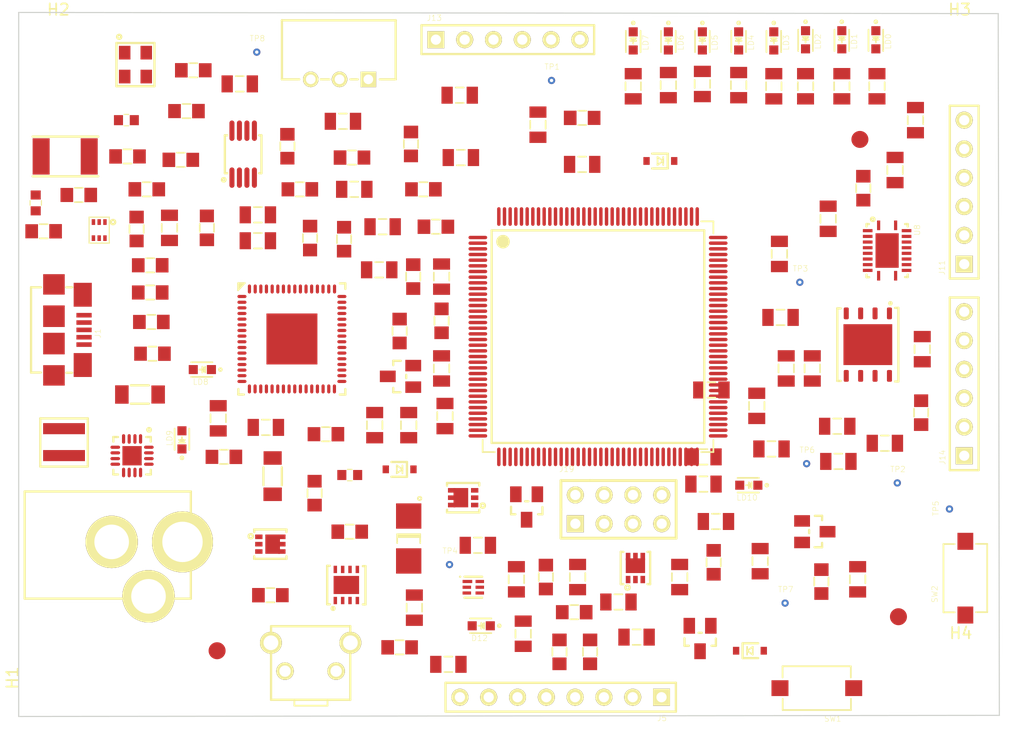
<source format=kicad_pcb>
(kicad_pcb (version 20171130) (host pcbnew 5.1.2-f72e74a~84~ubuntu16.04.1)
  (layers (0 F.Cu signal) (1 In1.Cu power) (2 In2.Cu power) (31 B.Cu signal) (34 B.Paste user) (35 F.Paste user) (36 B.SilkS user) (37 F.SilkS user) (38 B.Mask user) (39 F.Mask user) (44 Edge.Cuts user))
  (net 0 "")
  (net 1 +3V3)
  (net 2 GND)
  (net 3 Power)
  (net 4 "Net-(C11-Pad1)")
  (net 5 "Net-(C11-Pad2)")
  (net 6 +1V2)
  (net 7 "Net-(C17-Pad1)")
  (net 8 +1V8_FT)
  (net 9 "Net-(C22-Pad2)")
  (net 10 "Net-(C23-Pad2)")
  (net 11 "Net-(C24-Pad1)")
  (net 12 U_SW1)
  (net 13 U_SW2)
  (net 14 +5V)
  (net 15 "Net-(C60-Pad2)")
  (net 16 "Net-(C61-Pad1)")
  (net 17 "Net-(C61-Pad2)")
  (net 18 "Net-(C62-Pad1)")
  (net 19 +5V_P)
  (net 20 "Net-(C63-Pad2)")
  (net 21 +3V3_AUX)
  (net 22 "Net-(C66-Pad1)")
  (net 23 "Net-(C67-Pad1)")
  (net 24 "Net-(C71-Pad1)")
  (net 25 "Net-(D1-Pad1)")
  (net 26 "Net-(D2-Pad1)")
  (net 27 SYS_RESET)
  (net 28 FPGA_RESET)
  (net 29 VIN)
  (net 30 "/Power Supply/5V_P_CTL")
  (net 31 "Net-(D11-Pad2)")
  (net 32 "Net-(D11-Pad3)")
  (net 33 "Net-(D12-PadA)")
  (net 34 USB_5V)
  (net 35 /USB_communication/USB_P)
  (net 36 /USB_communication/USB_N)
  (net 37 /socketsAndHeaders/DD4)
  (net 38 /socketsAndHeaders/DD5)
  (net 39 "Net-(J5-Pad1)")
  (net 40 /socketsAndHeaders/DD0)
  (net 41 /socketsAndHeaders/DD1)
  (net 42 /socketsAndHeaders/DD2)
  (net 43 /socketsAndHeaders/DD3)
  (net 44 FPGA_037_IO_PIN)
  (net 45 FPGA_038_IO_PIN)
  (net 46 FPGA_039_IO_PIN)
  (net 47 FPGA_041_IO_PIN)
  (net 48 FPGA_042_IO_PIN)
  (net 49 FPGA_043_IO_PIN)
  (net 50 FPGA_049_GBIN5)
  (net 51 FPGA_050_GBIN4)
  (net 52 "Net-(L5-Pad1)")
  (net 53 "Net-(LD0-PadA)")
  (net 54 "Net-(LD1-PadA)")
  (net 55 "Net-(LD2-PadA)")
  (net 56 "Net-(LD3-PadA)")
  (net 57 "Net-(LD4-PadA)")
  (net 58 "Net-(LD5-PadA)")
  (net 59 "Net-(LD6-PadA)")
  (net 60 "Net-(LD7-PadA)")
  (net 61 "Net-(LD8-PadK)")
  (net 62 "Net-(LD9-PadK)")
  (net 63 "Net-(LD10-PadK)")
  (net 64 "Net-(Q4-Pad3)")
  (net 65 "Net-(Q5-Pad1)")
  (net 66 "Net-(Q5-Pad3)")
  (net 67 iCE_CDONE)
  (net 68 iCE_CREST)
  (net 69 "Net-(R4-Pad1)")
  (net 70 iCE_SCK)
  (net 71 iCE_SS_B)
  (net 72 "Net-(R7-Pad2)")
  (net 73 "Net-(R8-Pad2)")
  (net 74 "Net-(R10-Pad2)")
  (net 75 "Net-(R11-Pad2)")
  (net 76 /USB_communication/FT_CS)
  (net 77 /USB_communication/FT_CLK)
  (net 78 "Net-(R14-Pad2)")
  (net 79 /USB_communication/FT_DATA)
  (net 80 "Net-(R16-Pad1)")
  (net 81 iCE_CLK)
  (net 82 LED_0)
  (net 83 LED_1)
  (net 84 "Net-(R33-Pad2)")
  (net 85 LED_2)
  (net 86 LED_3)
  (net 87 LED_4)
  (net 88 LED_5)
  (net 89 LED_6)
  (net 90 LED_7)
  (net 91 "Net-(R47-Pad1)")
  (net 92 "Net-(R48-Pad1)")
  (net 93 "Net-(SW3-Pad1)")
  (net 94 FT_DCD)
  (net 95 FT_DSR)
  (net 96 FT_DTR)
  (net 97 FT_CTS)
  (net 98 FT_RTS)
  (net 99 FT_RX)
  (net 100 FT_TX)
  (net 101 "Net-(U1-Pad12)")
  (net 102 "Net-(U1-Pad15)")
  (net 103 "Net-(U1-Pad16)")
  (net 104 "Net-(U1-Pad17)")
  (net 105 "Net-(U1-Pad18)")
  (net 106 "Net-(U1-Pad19)")
  (net 107 "Net-(U1-Pad20)")
  (net 108 "Net-(U1-Pad22)")
  (net 109 "Net-(U1-Pad23)")
  (net 110 "Net-(U1-Pad24)")
  (net 111 "Net-(U1-Pad25)")
  (net 112 "Net-(U1-Pad26)")
  (net 113 "Net-(U1-Pad28)")
  (net 114 "Net-(U1-Pad29)")
  (net 115 "Net-(U1-Pad31)")
  (net 116 "Net-(U1-Pad32)")
  (net 117 "Net-(U1-Pad33)")
  (net 118 "Net-(U1-Pad34)")
  (net 119 "Net-(U1-Pad40)")
  (net 120 "Net-(U1-Pad44)")
  (net 121 "Net-(U1-Pad45)")
  (net 122 "Net-(U1-Pad47)")
  (net 123 "Net-(U1-Pad48)")
  (net 124 "Net-(U1-Pad52)")
  (net 125 "Net-(U1-Pad53)")
  (net 126 "Net-(U1-Pad54)")
  (net 127 "Net-(U1-Pad55)")
  (net 128 "Net-(U1-Pad56)")
  (net 129 "Net-(U1-Pad58)")
  (net 130 "Net-(U1-Pad60)")
  (net 131 "Net-(U1-Pad61)")
  (net 132 "Net-(U1-Pad62)")
  (net 133 "Net-(U1-Pad63)")
  (net 134 "Net-(U1-Pad64)")
  (net 135 iCE_MOSI)
  (net 136 iCE_MISO)
  (net 137 "Net-(U1-Pad73)")
  (net 138 "Net-(U1-Pad74)")
  (net 139 "Net-(U1-Pad75)")
  (net 140 "Net-(U1-Pad76)")
  (net 141 FPGA_078_IO_PIN)
  (net 142 FPGA_079_IO_PIN)
  (net 143 FPGA_080_IO_PIN)
  (net 144 FPGA_081_IO_PIN)
  (net 145 "Net-(U1-Pad82)")
  (net 146 "Net-(U1-Pad83)")
  (net 147 "Net-(U1-Pad84)")
  (net 148 "Net-(U1-Pad85)")
  (net 149 FPGA_087_IO_PIN)
  (net 150 FPGA_088_IO_PIN)
  (net 151 "Net-(U1-Pad94)")
  (net 152 "Net-(U1-Pad105)")
  (net 153 "Net-(U1-Pad106)")
  (net 154 "Net-(U1-Pad107)")
  (net 155 "Net-(U1-Pad108)")
  (net 156 "Net-(U1-Pad110)")
  (net 157 "Net-(U1-Pad120)")
  (net 158 "Net-(U1-Pad121)")
  (net 159 "Net-(U1-Pad122)")
  (net 160 "Net-(U1-Pad124)")
  (net 161 "Net-(U1-Pad125)")
  (net 162 "Net-(U1-Pad126)")
  (net 163 "Net-(U1-Pad127)")
  (net 164 "Net-(U1-Pad128)")
  (net 165 "Net-(U1-Pad129)")
  (net 166 "Net-(U1-Pad130)")
  (net 167 "Net-(U1-Pad131)")
  (net 168 "Net-(U1-Pad134)")
  (net 169 "Net-(U1-Pad135)")
  (net 170 "Net-(U1-Pad136)")
  (net 171 "Net-(U1-Pad137)")
  (net 172 "Net-(U3-Pad3)")
  (net 173 "Net-(U3-Pad19)")
  (net 174 "Net-(U3-Pad22)")
  (net 175 "Net-(U3-Pad26)")
  (net 176 "Net-(U3-Pad27)")
  (net 177 "Net-(U3-Pad28)")
  (net 178 "Net-(U3-Pad29)")
  (net 179 "Net-(U3-Pad30)")
  (net 180 "Net-(U3-Pad32)")
  (net 181 "Net-(U3-Pad33)")
  (net 182 "Net-(U3-Pad34)")
  (net 183 "Net-(U3-Pad36)")
  (net 184 "Net-(U3-Pad46)")
  (net 185 "Net-(U3-Pad48)")
  (net 186 "Net-(U3-Pad52)")
  (net 187 "Net-(U3-Pad53)")
  (net 188 "Net-(U3-Pad57)")
  (net 189 "Net-(U3-Pad58)")
  (net 190 "Net-(U3-Pad59)")
  (net 191 "Net-(U3-Pad60)")
  (net 192 "Net-(U5-Pad7)")
  (net 193 "Net-(U8-Pad18)")
  (net 194 "Net-(U8-Pad20)")
  (net 195 "Net-(U8-Pad3)")
  (net 196 "Net-(U8-Pad1)")
  (net 197 "Net-(U10-Pad2)")
  (net 198 "Net-(U10-Pad3)")
  (net 199 "Net-(U10-Pad6)")
  (net 200 "Net-(U10-Pad7)")
  (net 201 "Net-(U12-Pad4)")
  (net 202 "Net-(U1-Pad90)")
  (net 203 "Net-(U1-Pad91)")
  (net 204 "Net-(U1-Pad93)")
  (net 205 "Net-(U1-Pad112)")
  (net 206 "Net-(U1-Pad113)")
  (net 207 "Net-(U1-Pad114)")
  (net 208 "Net-(U1-Pad115)")
  (net 209 "Net-(U1-Pad116)")
  (net 210 "Net-(U1-Pad117)")
  (net 211 "Net-(U1-Pad118)")
  (net 212 "Net-(U1-Pad119)")
  (net 213 "Net-(U1-Pad138)")
  (net 214 "Net-(U1-Pad139)")
  (net 215 "Net-(U1-Pad141)")
  (net 216 "Net-(U1-Pad142)")
  (net 217 "Net-(U1-Pad143)")
  (net 218 "Net-(U1-Pad144)")
  (module footprints:F_0805 (layer F.Cu) (at 126.6 97.7 270)
    (fp_text reference R48)
    (fp_text value "2K2±5% 0.063W" hide)
    (pad 2 smd rect (at 1.11 0 270) (size 1 1.5) (layers F.Cu F.Paste F.Mask) (net 62 "Net-(LD9-PadK)"))
    (pad 1 smd rect (at -1.11 0 270) (size 1 1.5) (layers F.Cu F.Paste F.Mask) (net 92 "Net-(R48-Pad1)"))
  )
  (module footprints:F_0805 (layer F.Cu) (at 130.096 79.75 180)
    (fp_text reference R47)
    (fp_text value "2K2±5% 0.063W" hide)
    (pad 2 smd rect (at 1.11 0 180) (size 1 1.5) (layers F.Cu F.Paste F.Mask) (net 61 "Net-(LD8-PadK)"))
    (pad 1 smd rect (at -1.11 0 180) (size 1 1.5) (layers F.Cu F.Paste F.Mask) (net 91 "Net-(R47-Pad1)"))
  )
  (module footprints:F_0805 (layer F.Cu) (at 179 93.3 270)
    (fp_text reference R46)
    (fp_text value "2K2±5% 0.063W" hide)
    (pad 2 smd rect (at 1.11 0 270) (size 1 1.5) (layers F.Cu F.Paste F.Mask) (net 63 "Net-(LD10-PadK)"))
    (pad 1 smd rect (at -1.11 0 270) (size 1 1.5) (layers F.Cu F.Paste F.Mask) (net 71 iCE_SS_B))
  )
  (module footprints:F_0805 (layer F.Cu) (at 163.204 68.41 270)
    (fp_text reference R45)
    (fp_text value "2K2±5% 0.063W" hide)
    (pad 2 smd rect (at 1.11 0 270) (size 1 1.5) (layers F.Cu F.Paste F.Mask) (net 90 LED_7))
    (pad 1 smd rect (at -1.11 0 270) (size 1 1.5) (layers F.Cu F.Paste F.Mask) (net 60 "Net-(LD7-PadA)"))
  )
  (module footprints:F_0805 (layer F.Cu) (at 166.304 68.31 270)
    (fp_text reference R44)
    (fp_text value "2K2±5% 0.063W" hide)
    (pad 2 smd rect (at 1.11 0 270) (size 1 1.5) (layers F.Cu F.Paste F.Mask) (net 89 LED_6))
    (pad 1 smd rect (at -1.11 0 270) (size 1 1.5) (layers F.Cu F.Paste F.Mask) (net 59 "Net-(LD6-PadA)"))
  )
  (module footprints:F_0805 (layer F.Cu) (at 169.304 68.21 270)
    (fp_text reference R43)
    (fp_text value "2K2±5% 0.063W" hide)
    (pad 2 smd rect (at 1.11 0 270) (size 1 1.5) (layers F.Cu F.Paste F.Mask) (net 88 LED_5))
    (pad 1 smd rect (at -1.11 0 270) (size 1 1.5) (layers F.Cu F.Paste F.Mask) (net 58 "Net-(LD5-PadA)"))
  )
  (module footprints:F_0805 (layer F.Cu) (at 172.504 68.31 270)
    (fp_text reference R42)
    (fp_text value "2K2±5% 0.063W" hide)
    (pad 2 smd rect (at 1.11 0 270) (size 1 1.5) (layers F.Cu F.Paste F.Mask) (net 87 LED_4))
    (pad 1 smd rect (at -1.11 0 270) (size 1 1.5) (layers F.Cu F.Paste F.Mask) (net 57 "Net-(LD4-PadA)"))
  )
  (module footprints:F_0805 (layer F.Cu) (at 175.604 68.41 270)
    (fp_text reference R41)
    (fp_text value "2K2±5% 0.063W" hide)
    (pad 2 smd rect (at 1.11 0 270) (size 1 1.5) (layers F.Cu F.Paste F.Mask) (net 86 LED_3))
    (pad 1 smd rect (at -1.11 0 270) (size 1 1.5) (layers F.Cu F.Paste F.Mask) (net 56 "Net-(LD3-PadA)"))
  )
  (module footprints:F_0805 (layer F.Cu) (at 178.404 68.41 270)
    (fp_text reference R40)
    (fp_text value "2K2±5% 0.063W" hide)
    (pad 2 smd rect (at 1.11 0 270) (size 1 1.5) (layers F.Cu F.Paste F.Mask) (net 85 LED_2))
    (pad 1 smd rect (at -1.11 0 270) (size 1 1.5) (layers F.Cu F.Paste F.Mask) (net 55 "Net-(LD2-PadA)"))
  )
  (module footprints:F_0805 (layer F.Cu) (at 161.9 113.9 180)
    (fp_text reference R39)
    (fp_text value "1K±5% 0.063 W" hide)
    (pad 2 smd rect (at 1.11 0 180) (size 1 1.5) (layers F.Cu F.Paste F.Mask) (net 2 GND))
    (pad 1 smd rect (at -1.11 0 180) (size 1 1.5) (layers F.Cu F.Paste F.Mask) (net 34 USB_5V))
  )
  (module footprints:F_0805 (layer F.Cu) (at 167.3 111.7 90)
    (fp_text reference R38)
    (fp_text value "10K±5% 0.063 W" hide)
    (pad 2 smd rect (at 1.11 0 90) (size 1 1.5) (layers F.Cu F.Paste F.Mask) (net 34 USB_5V))
    (pad 1 smd rect (at -1.11 0 90) (size 1 1.5) (layers F.Cu F.Paste F.Mask) (net 65 "Net-(Q5-Pad1)"))
  )
  (module footprints:F_0805 (layer F.Cu) (at 146.6 97.5 270)
    (fp_text reference R37)
    (fp_text value "10K±5% 0.063 W" hide)
    (pad 2 smd rect (at 1.11 0 270) (size 1 1.5) (layers F.Cu F.Paste F.Mask) (net 30 "/Power Supply/5V_P_CTL"))
    (pad 1 smd rect (at -1.11 0 270) (size 1 1.5) (layers F.Cu F.Paste F.Mask) (net 84 "Net-(R33-Pad2)"))
  )
  (module footprints:F_0805 (layer F.Cu) (at 146.3 93.3 90)
    (fp_text reference R36)
    (fp_text value "100K±5% 0.063 W" hide)
    (pad 2 smd rect (at 1.11 0 90) (size 1 1.5) (layers F.Cu F.Paste F.Mask) (net 84 "Net-(R33-Pad2)"))
    (pad 1 smd rect (at -1.11 0 90) (size 1 1.5) (layers F.Cu F.Paste F.Mask) (net 14 +5V))
  )
  (module footprints:F_0805 (layer F.Cu) (at 143.4 98.3 90)
    (fp_text reference R35)
    (fp_text value "100K±5% 0.063 W" hide)
    (pad 2 smd rect (at 1.11 0 90) (size 1 1.5) (layers F.Cu F.Paste F.Mask) (net 64 "Net-(Q4-Pad3)"))
    (pad 1 smd rect (at -1.11 0 90) (size 1 1.5) (layers F.Cu F.Paste F.Mask) (net 20 "Net-(C63-Pad2)"))
  )
  (module footprints:F_0805 (layer F.Cu) (at 143.9 114.4 90)
    (fp_text reference R34)
    (fp_text value "10K±5% 0.063 W" hide)
    (pad 2 smd rect (at 1.11 0 90) (size 1 1.5) (layers F.Cu F.Paste F.Mask) (net 33 "Net-(D12-PadA)"))
    (pad 1 smd rect (at -1.11 0 90) (size 1 1.5) (layers F.Cu F.Paste F.Mask) (net 14 +5V))
  )
  (module footprints:F_0805 (layer F.Cu) (at 140.4 98.3 90)
    (fp_text reference R33)
    (fp_text value "10K±5% 0.063 W" hide)
    (pad 2 smd rect (at 1.11 0 90) (size 1 1.5) (layers F.Cu F.Paste F.Mask) (net 84 "Net-(R33-Pad2)"))
    (pad 1 smd rect (at -1.11 0 90) (size 1 1.5) (layers F.Cu F.Paste F.Mask) (net 64 "Net-(Q4-Pad3)"))
  )
  (module footprints:F_0805 (layer F.Cu) (at 188.7 91.6 90)
    (fp_text reference R32)
    (fp_text value "10K±5% 0.063W" hide)
    (pad 2 smd rect (at 1.11 0 90) (size 1 1.5) (layers F.Cu F.Paste F.Mask) (net 2 GND))
    (pad 1 smd rect (at -1.11 0 90) (size 1 1.5) (layers F.Cu F.Paste F.Mask) (net 13 U_SW2))
  )
  (module footprints:F_0805 (layer F.Cu) (at 158.7 75.3)
    (fp_text reference R31)
    (fp_text value "10K±5% 0.063W" hide)
    (pad 2 smd rect (at 1.11 0) (size 1 1.5) (layers F.Cu F.Paste F.Mask) (net 2 GND))
    (pad 1 smd rect (at -1.11 0) (size 1 1.5) (layers F.Cu F.Paste F.Mask) (net 12 U_SW1))
  )
  (module footprints:F_0805 (layer F.Cu) (at 146.9 119.4 180)
    (fp_text reference R30)
    (fp_text value "10K±5% 0.063 W" hide)
    (pad 2 smd rect (at 1.11 0 180) (size 1 1.5) (layers F.Cu F.Paste F.Mask) (net 27 SYS_RESET))
    (pad 1 smd rect (at -1.11 0 180) (size 1 1.5) (layers F.Cu F.Paste F.Mask) (net 14 +5V))
  )
  (module footprints:F_0805 (layer F.Cu) (at 149.5 108.9 180)
    (fp_text reference R29)
    (fp_text value "100K±5% 0.063 W" hide)
    (pad 2 smd rect (at 1.11 0 180) (size 1 1.5) (layers F.Cu F.Paste F.Mask) (net 2 GND))
    (pad 1 smd rect (at -1.11 0 180) (size 1 1.5) (layers F.Cu F.Paste F.Mask) (net 26 "Net-(D2-Pad1)"))
  )
  (module footprints:F_0805 (layer F.Cu) (at 174.4 110.3 270)
    (fp_text reference R28)
    (fp_text value "10K±5% 0.063 W" hide)
    (pad 2 smd rect (at 1.11 0 270) (size 1 1.5) (layers F.Cu F.Paste F.Mask) (net 66 "Net-(Q5-Pad3)"))
    (pad 1 smd rect (at -1.11 0 270) (size 1 1.5) (layers F.Cu F.Paste F.Mask) (net 26 "Net-(D2-Pad1)"))
  )
  (module footprints:F_0805 (layer F.Cu) (at 153.5 116.7 90)
    (fp_text reference R27)
    (fp_text value "10K±5% 0.063 W" hide)
    (pad 2 smd rect (at 1.11 0 90) (size 1 1.5) (layers F.Cu F.Paste F.Mask) (net 31 "Net-(D11-Pad2)"))
    (pad 1 smd rect (at -1.11 0 90) (size 1 1.5) (layers F.Cu F.Paste F.Mask) (net 18 "Net-(C62-Pad1)"))
  )
  (module footprints:F_0805 (layer F.Cu) (at 152.9 111.9 270)
    (fp_text reference R26)
    (fp_text value "100K±5% 0.063 W" hide)
    (pad 2 smd rect (at 1.11 0 270) (size 1 1.5) (layers F.Cu F.Paste F.Mask) (net 31 "Net-(D11-Pad2)"))
    (pad 1 smd rect (at -1.11 0 270) (size 1 1.5) (layers F.Cu F.Paste F.Mask) (net 17 "Net-(C61-Pad2)"))
  )
  (module footprints:F_0805 (layer F.Cu) (at 158.298 111.7001 270)
    (fp_text reference R25)
    (fp_text value "10K±5% 0.063 W" hide)
    (pad 2 smd rect (at 1.11 0 270) (size 1 1.5) (layers F.Cu F.Paste F.Mask) (net 2 GND))
    (pad 1 smd rect (at -1.11 0 270) (size 1 1.5) (layers F.Cu F.Paste F.Mask) (net 16 "Net-(C61-Pad1)"))
  )
  (module footprints:F_0805 (layer F.Cu) (at 163.5 117 180)
    (fp_text reference R24)
    (fp_text value "10K±5% 0.063 W" hide)
    (pad 2 smd rect (at 1.11 0 180) (size 1 1.5) (layers F.Cu F.Paste F.Mask) (net 18 "Net-(C62-Pad1)"))
    (pad 1 smd rect (at -1.11 0 180) (size 1 1.5) (layers F.Cu F.Paste F.Mask) (net 15 "Net-(C60-Pad2)"))
  )
  (module footprints:F_0805 (layer F.Cu) (at 186.3 75.8 270)
    (fp_text reference R23)
    (fp_text value "4K7±5% 0.063W" hide)
    (pad 2 smd rect (at 1.11 0 270) (size 1 1.5) (layers F.Cu F.Paste F.Mask) (net 37 /socketsAndHeaders/DD4))
    (pad 1 smd rect (at -1.11 0 270) (size 1 1.5) (layers F.Cu F.Paste F.Mask) (net 14 +5V))
  )
  (module footprints:F_0805 (layer F.Cu) (at 188.1 71.4 270)
    (fp_text reference R22)
    (fp_text value "4K7±5% 0.063W" hide)
    (pad 2 smd rect (at 1.11 0 270) (size 1 1.5) (layers F.Cu F.Paste F.Mask) (net 38 /socketsAndHeaders/DD5))
    (pad 1 smd rect (at -1.11 0 270) (size 1 1.5) (layers F.Cu F.Paste F.Mask) (net 14 +5V))
  )
  (module footprints:F_0805 (layer F.Cu) (at 181.604 68.41 270)
    (fp_text reference R18)
    (fp_text value "2K2±5% 0.063W" hide)
    (pad 2 smd rect (at 1.11 0 270) (size 1 1.5) (layers F.Cu F.Paste F.Mask) (net 83 LED_1))
    (pad 1 smd rect (at -1.11 0 270) (size 1 1.5) (layers F.Cu F.Paste F.Mask) (net 54 "Net-(LD1-PadA)"))
  )
  (module footprints:F_0805 (layer F.Cu) (at 184.704 68.41 270)
    (fp_text reference R17)
    (fp_text value "2K2±5% 0.063W" hide)
    (pad 2 smd rect (at 1.11 0 270) (size 1 1.5) (layers F.Cu F.Paste F.Mask) (net 82 LED_0))
    (pad 1 smd rect (at -1.11 0 270) (size 1 1.5) (layers F.Cu F.Paste F.Mask) (net 53 "Net-(LD0-PadA)"))
  )
  (module footprints:F_0805 (layer F.Cu) (at 137.6 71.5)
    (fp_text reference R16)
    (fp_text value "0R±5% 0.063W" hide)
    (pad 2 smd rect (at 1.11 0) (size 1 1.5) (layers F.Cu F.Paste F.Mask) (net 81 iCE_CLK))
    (pad 1 smd rect (at -1.11 0) (size 1 1.5) (layers F.Cu F.Paste F.Mask) (net 80 "Net-(R16-Pad1)"))
  )
  (module footprints:F_0805 (layer F.Cu) (at 154.8 71.8 90)
    (fp_text reference R15)
    (fp_text value "2K2±5% 0.063W" hide)
    (pad 2 smd rect (at 1.11 0 90) (size 1 1.5) (layers F.Cu F.Paste F.Mask) (net 79 /USB_communication/FT_DATA))
    (pad 1 smd rect (at -1.11 0 90) (size 1 1.5) (layers F.Cu F.Paste F.Mask) (net 78 "Net-(R14-Pad2)"))
  )
  (module footprints:F_0805 (layer F.Cu) (at 148 74.7)
    (fp_text reference R14)
    (fp_text value "10K±5% 0.063W" hide)
    (pad 2 smd rect (at 1.11 0) (size 1 1.5) (layers F.Cu F.Paste F.Mask) (net 78 "Net-(R14-Pad2)"))
    (pad 1 smd rect (at -1.11 0) (size 1 1.5) (layers F.Cu F.Paste F.Mask) (net 1 +3V3))
  )
  (module footprints:F_0805 (layer F.Cu) (at 128.5 68.2)
    (fp_text reference R13)
    (fp_text value "10K±5% 0.063W" hide)
    (pad 2 smd rect (at 1.11 0) (size 1 1.5) (layers F.Cu F.Paste F.Mask) (net 77 /USB_communication/FT_CLK))
    (pad 1 smd rect (at -1.11 0) (size 1 1.5) (layers F.Cu F.Paste F.Mask) (net 1 +3V3))
  )
  (module footprints:F_0805 (layer F.Cu) (at 147.9 69.2 180)
    (fp_text reference R12)
    (fp_text value "10K±5% 0.063W" hide)
    (pad 2 smd rect (at 1.11 0 180) (size 1 1.5) (layers F.Cu F.Paste F.Mask) (net 76 /USB_communication/FT_CS))
    (pad 1 smd rect (at -1.11 0 180) (size 1 1.5) (layers F.Cu F.Paste F.Mask) (net 1 +3V3))
  )
  (module footprints:F_0805 (layer F.Cu) (at 122.3 80.9 270)
    (fp_text reference R11)
    (fp_text value "12K±1% 0.063W" hide)
    (pad 2 smd rect (at 1.11 0 270) (size 1 1.5) (layers F.Cu F.Paste F.Mask) (net 75 "Net-(R11-Pad2)"))
    (pad 1 smd rect (at -1.11 0 270) (size 1 1.5) (layers F.Cu F.Paste F.Mask) (net 2 GND))
  )
  (module footprints:F_0805 (layer F.Cu) (at 130.096 82.036 180)
    (fp_text reference R10)
    (fp_text value "2K2±5% 0.063W" hide)
    (pad 2 smd rect (at 1.11 0 180) (size 1 1.5) (layers F.Cu F.Paste F.Mask) (net 74 "Net-(R10-Pad2)"))
    (pad 1 smd rect (at -1.11 0 180) (size 1 1.5) (layers F.Cu F.Paste F.Mask) (net 1 +3V3))
  )
  (module footprints:F_0805 (layer F.Cu) (at 140.8 84.6)
    (fp_text reference R9)
    (fp_text value "100K±5% 0.063W" hide)
    (pad 2 smd rect (at 1.11 0) (size 1 1.5) (layers F.Cu F.Paste F.Mask) (net 4 "Net-(C11-Pad1)"))
    (pad 1 smd rect (at -1.11 0) (size 1 1.5) (layers F.Cu F.Paste F.Mask) (net 6 +1V2))
  )
  (module footprints:F_0805 (layer F.Cu) (at 185.4 99.9)
    (fp_text reference R8)
    (fp_text value "10K±5% 0.063W" hide)
    (pad 2 smd rect (at 1.11 0) (size 1 1.5) (layers F.Cu F.Paste F.Mask) (net 73 "Net-(R8-Pad2)"))
    (pad 1 smd rect (at -1.11 0) (size 1 1.5) (layers F.Cu F.Paste F.Mask) (net 1 +3V3))
  )
  (module footprints:F_0805 (layer F.Cu) (at 181.3 101.5)
    (fp_text reference R7)
    (fp_text value "10K±5% 0.063W" hide)
    (pad 2 smd rect (at 1.11 0) (size 1 1.5) (layers F.Cu F.Paste F.Mask) (net 72 "Net-(R7-Pad2)"))
    (pad 1 smd rect (at -1.11 0) (size 1 1.5) (layers F.Cu F.Paste F.Mask) (net 1 +3V3))
  )
  (module footprints:F_0805 (layer F.Cu) (at 175.4 100.4 180)
    (fp_text reference R6)
    (fp_text value "10K±5% 0.063W" hide)
    (pad 2 smd rect (at 1.11 0 180) (size 1 1.5) (layers F.Cu F.Paste F.Mask) (net 71 iCE_SS_B))
    (pad 1 smd rect (at -1.11 0 180) (size 1 1.5) (layers F.Cu F.Paste F.Mask) (net 1 +3V3))
  )
  (module footprints:F_0805 (layer F.Cu) (at 181.2 98.4)
    (fp_text reference R5)
    (fp_text value "10K±5% 0.063W" hide)
    (pad 2 smd rect (at 1.11 0) (size 1 1.5) (layers F.Cu F.Paste F.Mask) (net 70 iCE_SCK))
    (pad 1 smd rect (at -1.11 0) (size 1 1.5) (layers F.Cu F.Paste F.Mask) (net 1 +3V3))
  )
  (module footprints:F_0805 (layer F.Cu) (at 176.2 88.8)
    (fp_text reference R4)
    (fp_text value "10K±5% 0.063W" hide)
    (pad 2 smd rect (at 1.11 0) (size 1 1.5) (layers F.Cu F.Paste F.Mask) (net 2 GND))
    (pad 1 smd rect (at -1.11 0) (size 1 1.5) (layers F.Cu F.Paste F.Mask) (net 69 "Net-(R4-Pad1)"))
  )
  (module footprints:F_0805 (layer F.Cu) (at 174.1 96.6 270)
    (fp_text reference R3)
    (fp_text value "10K±5% 0.063W" hide)
    (pad 2 smd rect (at 1.11 0 270) (size 1 1.5) (layers F.Cu F.Paste F.Mask) (net 1 +3V3))
    (pad 1 smd rect (at -1.11 0 270) (size 1 1.5) (layers F.Cu F.Paste F.Mask) (net 28 FPGA_RESET))
  )
  (module footprints:F_0805 (layer F.Cu) (at 176.7 93.3 270)
    (fp_text reference R2)
    (fp_text value "10K±5% 0.063W" hide)
    (pad 2 smd rect (at 1.11 0 270) (size 1 1.5) (layers F.Cu F.Paste F.Mask) (net 68 iCE_CREST))
    (pad 1 smd rect (at -1.11 0 270) (size 1 1.5) (layers F.Cu F.Paste F.Mask) (net 28 FPGA_RESET))
  )
  (module footprints:F_0805 (layer F.Cu) (at 130.8 98.5 180)
    (fp_text reference R1)
    (fp_text value "10K±5% 0.063W" hide)
    (pad 2 smd rect (at 1.11 0 180) (size 1 1.5) (layers F.Cu F.Paste F.Mask) (net 1 +3V3))
    (pad 1 smd rect (at -1.11 0 180) (size 1 1.5) (layers F.Cu F.Paste F.Mask) (net 67 iCE_CDONE))
  )
  (module MountingHole:MountingHole_3.2mm_M3_ISO7380 (layer F.Cu) (at 192.1 120.5)
    (fp_text reference H4 (at 0 -3.85) (layer F.SilkS))
    (fp_text value MountingHole)
    (pad 1 np_thru_hole circle (at 0 0) (size 3.2 3.2) (drill 3.2) (layers *.Cu *.Mask))
  )
  (module MountingHole:MountingHole_3.2mm_M3_ISO7380 (layer F.Cu) (at 192 65.5)
    (fp_text reference H3 (at 0 -3.85) (layer F.SilkS))
    (fp_text value MountingHole)
    (pad 1 np_thru_hole circle (at 0 0) (size 3.2 3.2) (drill 3.2) (layers *.Cu *.Mask))
  )
  (module MountingHole:MountingHole_3.2mm_M3_ISO7380 (layer F.Cu) (at 112.5 65.5)
    (fp_text reference H2 (at 0 -3.85) (layer F.SilkS))
    (fp_text value MountingHole)
    (pad 1 np_thru_hole circle (at 0 0) (size 3.2 3.2) (drill 3.2) (layers *.Cu *.Mask))
  )
  (module MountingHole:MountingHole_3.2mm_M3_ISO7380 (layer F.Cu) (at 112.3 120.6 90)
    (fp_text reference H1 (at 0 -3.85 90) (layer F.SilkS))
    (fp_text value MountingHole)
    (pad 1 np_thru_hole circle (at 0 0 90) (size 3.2 3.2) (drill 3.2) (layers *.Cu *.Mask))
  )
  (module footprints:L_0805 (layer F.Cu) (at 131.2 113.3)
    (fp_text reference C71)
    (fp_text value "620 nF" hide)
    (pad 2 smd rect (at 1.0541 0) (size 1.1176 1.2446) (layers F.Cu F.Paste F.Mask) (net 2 GND))
    (pad 1 smd rect (at -1.0541 0) (size 1.1176 1.27) (layers F.Cu F.Paste F.Mask) (net 24 "Net-(C71-Pad1)"))
  )
  (module footprints:L_0805 (layer F.Cu) (at 135.1 104.3 90)
    (fp_text reference C70)
    (fp_text value "100 nF" hide)
    (pad 2 smd rect (at 1.0541 0 90) (size 1.1176 1.2446) (layers F.Cu F.Paste F.Mask) (net 2 GND))
    (pad 1 smd rect (at -1.0541 0 90) (size 1.1176 1.27) (layers F.Cu F.Paste F.Mask) (net 23 "Net-(C67-Pad1)"))
  )
  (module footprints:L_0805 (layer F.Cu) (at 127.1 101.1 180)
    (fp_text reference C68)
    (fp_text value "100 nF" hide)
    (pad 2 smd rect (at 1.0541 0 180) (size 1.1176 1.2446) (layers F.Cu F.Paste F.Mask) (net 2 GND))
    (pad 1 smd rect (at -1.0541 0 180) (size 1.1176 1.27) (layers F.Cu F.Paste F.Mask) (net 14 +5V))
  )
  (module footprints:L_0805 (layer F.Cu) (at 136.1 99.1 180)
    (fp_text reference C66)
    (fp_text value "100 nF" hide)
    (pad 2 smd rect (at 1.0541 0 180) (size 1.1176 1.2446) (layers F.Cu F.Paste F.Mask) (net 2 GND))
    (pad 1 smd rect (at -1.0541 0 180) (size 1.1176 1.27) (layers F.Cu F.Paste F.Mask) (net 22 "Net-(C66-Pad1)"))
  )
  (module footprints:L_0805 (layer F.Cu) (at 156.7 118.3 270)
    (fp_text reference C65)
    (fp_text value "4.7 uF" hide)
    (pad 2 smd rect (at 1.0541 0 270) (size 1.1176 1.2446) (layers F.Cu F.Paste F.Mask) (net 2 GND))
    (pad 1 smd rect (at -1.0541 0 270) (size 1.1176 1.27) (layers F.Cu F.Paste F.Mask) (net 21 +3V3_AUX))
  )
  (module footprints:L_0805 (layer F.Cu) (at 159.4 118.3 270)
    (fp_text reference C64)
    (fp_text value "4.7 uF" hide)
    (pad 2 smd rect (at 1.0541 0 270) (size 1.1176 1.2446) (layers F.Cu F.Paste F.Mask) (net 2 GND))
    (pad 1 smd rect (at -1.0541 0 270) (size 1.1176 1.27) (layers F.Cu F.Paste F.Mask) (net 6 +1V2))
  )
  (module footprints:L_0805 (layer F.Cu) (at 138.2 107.7)
    (fp_text reference C63)
    (fp_text value "100 nF" hide)
    (pad 2 smd rect (at 1.0541 0) (size 1.1176 1.2446) (layers F.Cu F.Paste F.Mask) (net 20 "Net-(C63-Pad2)"))
    (pad 1 smd rect (at -1.0541 0) (size 1.1176 1.27) (layers F.Cu F.Paste F.Mask) (net 19 +5V_P))
  )
  (module footprints:L_0805 (layer F.Cu) (at 158 114.8 180)
    (fp_text reference C62)
    (fp_text value "100 nF" hide)
    (pad 2 smd rect (at 1.0541 0 180) (size 1.1176 1.2446) (layers F.Cu F.Paste F.Mask) (net 17 "Net-(C61-Pad2)"))
    (pad 1 smd rect (at -1.0541 0 180) (size 1.1176 1.27) (layers F.Cu F.Paste F.Mask) (net 18 "Net-(C62-Pad1)"))
  )
  (module footprints:L_0805 (layer F.Cu) (at 155.5 111.7 270)
    (fp_text reference C61)
    (fp_text value "10 nF" hide)
    (pad 2 smd rect (at 1.0541 0 270) (size 1.1176 1.2446) (layers F.Cu F.Paste F.Mask) (net 17 "Net-(C61-Pad2)"))
    (pad 1 smd rect (at -1.0541 0 270) (size 1.1176 1.27) (layers F.Cu F.Paste F.Mask) (net 16 "Net-(C61-Pad1)"))
  )
  (module footprints:L_0805 (layer F.Cu) (at 170.3 110.4 270)
    (fp_text reference C60)
    (fp_text value "10 nF" hide)
    (pad 2 smd rect (at 1.0541 0 270) (size 1.1176 1.2446) (layers F.Cu F.Paste F.Mask) (net 15 "Net-(C60-Pad2)"))
    (pad 1 smd rect (at -1.0541 0 270) (size 1.1176 1.27) (layers F.Cu F.Paste F.Mask) (net 3 Power))
  )
  (module footprints:L_0805 (layer F.Cu) (at 142.6 117.9)
    (fp_text reference C59)
    (fp_text value "4.7 uF" hide)
    (pad 2 smd rect (at 1.0541 0) (size 1.1176 1.2446) (layers F.Cu F.Paste F.Mask) (net 2 GND))
    (pad 1 smd rect (at -1.0541 0) (size 1.1176 1.27) (layers F.Cu F.Paste F.Mask) (net 1 +3V3))
  )
  (module footprints:L_0805 (layer F.Cu) (at 158.7 71.2)
    (fp_text reference C48)
    (fp_text value "100 nF" hide)
    (pad 2 smd rect (at 1.0541 0) (size 1.1176 1.2446) (layers F.Cu F.Paste F.Mask) (net 2 GND))
    (pad 1 smd rect (at -1.0541 0) (size 1.1176 1.27) (layers F.Cu F.Paste F.Mask) (net 14 +5V))
  )
  (module footprints:L_0805 (layer F.Cu) (at 183.5 77.4 270)
    (fp_text reference C47)
    (fp_text value "100 nF" hide)
    (pad 2 smd rect (at 1.0541 0 270) (size 1.1176 1.2446) (layers F.Cu F.Paste F.Mask) (net 1 +3V3))
    (pad 1 smd rect (at -1.0541 0 270) (size 1.1176 1.27) (layers F.Cu F.Paste F.Mask) (net 2 GND))
  )
  (module footprints:L_0805 (layer F.Cu) (at 188.6 97.2 90)
    (fp_text reference C35)
    (fp_text value "100 nF" hide)
    (pad 2 smd rect (at 1.0541 0 90) (size 1.1176 1.2446) (layers F.Cu F.Paste F.Mask) (net 2 GND))
    (pad 1 smd rect (at -1.0541 0 90) (size 1.1176 1.27) (layers F.Cu F.Paste F.Mask) (net 13 U_SW2))
  )
  (module footprints:L_0805 (layer F.Cu) (at 179.8 112.1 270)
    (fp_text reference C34)
    (fp_text value "100 nF" hide)
    (pad 2 smd rect (at 1.0541 0 270) (size 1.1176 1.2446) (layers F.Cu F.Paste F.Mask) (net 2 GND))
    (pad 1 smd rect (at -1.0541 0 270) (size 1.1176 1.27) (layers F.Cu F.Paste F.Mask) (net 12 U_SW1))
  )
  (module footprints:L_0805 (layer F.Cu) (at 124.4 67)
    (fp_text reference C33)
    (fp_text value "100 nF" hide)
    (pad 2 smd rect (at 1.0541 0) (size 1.1176 1.2446) (layers F.Cu F.Paste F.Mask) (net 2 GND))
    (pad 1 smd rect (at -1.0541 0) (size 1.1176 1.27) (layers F.Cu F.Paste F.Mask) (net 1 +3V3))
  )
  (module footprints:L_0805 (layer F.Cu) (at 118.6 74.6)
    (fp_text reference C32)
    (fp_text value "10 nF" hide)
    (pad 2 smd rect (at 1.0541 0) (size 1.1176 1.2446) (layers F.Cu F.Paste F.Mask) (net 2 GND))
    (pad 1 smd rect (at -1.0541 0) (size 1.1176 1.27) (layers F.Cu F.Paste F.Mask) (net 1 +3V3))
  )
  (module footprints:L_0805 (layer F.Cu) (at 133.8 77.5 180)
    (fp_text reference C31)
    (fp_text value "4.7 uF" hide)
    (pad 2 smd rect (at 1.0541 0 180) (size 1.1176 1.2446) (layers F.Cu F.Paste F.Mask) (net 2 GND))
    (pad 1 smd rect (at -1.0541 0 180) (size 1.1176 1.27) (layers F.Cu F.Paste F.Mask) (net 8 +1V8_FT))
  )
  (module footprints:L_0805 (layer F.Cu) (at 134.7 81.8 270)
    (fp_text reference C30)
    (fp_text value "100 nF" hide)
    (pad 2 smd rect (at 1.0541 0 270) (size 1.1176 1.2446) (layers F.Cu F.Paste F.Mask) (net 2 GND))
    (pad 1 smd rect (at -1.0541 0 270) (size 1.1176 1.27) (layers F.Cu F.Paste F.Mask) (net 1 +3V3))
  )
  (module footprints:L_0805 (layer F.Cu) (at 120.8 92 180)
    (fp_text reference C29)
    (fp_text value "100 nF" hide)
    (pad 2 smd rect (at 1.0541 0 180) (size 1.1176 1.2446) (layers F.Cu F.Paste F.Mask) (net 2 GND))
    (pad 1 smd rect (at -1.0541 0 180) (size 1.1176 1.27) (layers F.Cu F.Paste F.Mask) (net 1 +3V3))
  )
  (module footprints:L_0805 (layer F.Cu) (at 120.7 89.2 180)
    (fp_text reference C28)
    (fp_text value "100 nF" hide)
    (pad 2 smd rect (at 1.0541 0 180) (size 1.1176 1.2446) (layers F.Cu F.Paste F.Mask) (net 2 GND))
    (pad 1 smd rect (at -1.0541 0 180) (size 1.1176 1.27) (layers F.Cu F.Paste F.Mask) (net 1 +3V3))
  )
  (module footprints:L_0805 (layer F.Cu) (at 120.6 86.6 180)
    (fp_text reference C27)
    (fp_text value "100 nF" hide)
    (pad 2 smd rect (at 1.0541 0 180) (size 1.1176 1.2446) (layers F.Cu F.Paste F.Mask) (net 2 GND))
    (pad 1 smd rect (at -1.0541 0 180) (size 1.1176 1.27) (layers F.Cu F.Paste F.Mask) (net 1 +3V3))
  )
  (module footprints:L_0805 (layer F.Cu) (at 120.6 84.2 180)
    (fp_text reference C26)
    (fp_text value "100 nF" hide)
    (pad 2 smd rect (at 1.0541 0 180) (size 1.1176 1.2446) (layers F.Cu F.Paste F.Mask) (net 2 GND))
    (pad 1 smd rect (at -1.0541 0 180) (size 1.1176 1.27) (layers F.Cu F.Paste F.Mask) (net 1 +3V3))
  )
  (module footprints:L_0805 (layer F.Cu) (at 123.8 70.6 180)
    (fp_text reference C25)
    (fp_text value "100 nF" hide)
    (pad 2 smd rect (at 1.0541 0 180) (size 1.1176 1.2446) (layers F.Cu F.Paste F.Mask) (net 2 GND))
    (pad 1 smd rect (at -1.0541 0 180) (size 1.1176 1.27) (layers F.Cu F.Paste F.Mask) (net 11 "Net-(C24-Pad1)"))
  )
  (module footprints:L_0805 (layer F.Cu) (at 125.6 80.9 90)
    (fp_text reference C24)
    (fp_text value "4.7 uF" hide)
    (pad 2 smd rect (at 1.0541 0 90) (size 1.1176 1.2446) (layers F.Cu F.Paste F.Mask) (net 2 GND))
    (pad 1 smd rect (at -1.0541 0 90) (size 1.1176 1.27) (layers F.Cu F.Paste F.Mask) (net 11 "Net-(C24-Pad1)"))
  )
  (module footprints:L_0805 (layer F.Cu) (at 114.3 78 180)
    (fp_text reference C23)
    (fp_text value "100 nF" hide)
    (pad 2 smd rect (at 1.0541 0 180) (size 1.1176 1.2446) (layers F.Cu F.Paste F.Mask) (net 10 "Net-(C23-Pad2)"))
    (pad 1 smd rect (at -1.0541 0 180) (size 1.1176 1.27) (layers F.Cu F.Paste F.Mask) (net 2 GND))
  )
  (module footprints:L_0805 (layer F.Cu) (at 111.2 81.2 180)
    (fp_text reference C22)
    (fp_text value "10 nF" hide)
    (pad 2 smd rect (at 1.0541 0 180) (size 1.1176 1.2446) (layers F.Cu F.Paste F.Mask) (net 9 "Net-(C22-Pad2)"))
    (pad 1 smd rect (at -1.0541 0 180) (size 1.1176 1.27) (layers F.Cu F.Paste F.Mask) (net 2 GND))
  )
  (module footprints:L_0805 (layer F.Cu) (at 143.6 73.5 270)
    (fp_text reference C21)
    (fp_text value "100 nF" hide)
    (pad 2 smd rect (at 1.0541 0 270) (size 1.1176 1.2446) (layers F.Cu F.Paste F.Mask) (net 2 GND))
    (pad 1 smd rect (at -1.0541 0 270) (size 1.1176 1.27) (layers F.Cu F.Paste F.Mask) (net 8 +1V8_FT))
  )
  (module footprints:L_0805 (layer F.Cu) (at 132.7 73.7 270)
    (fp_text reference C20)
    (fp_text value "100 nF" hide)
    (pad 2 smd rect (at 1.0541 0 270) (size 1.1176 1.2446) (layers F.Cu F.Paste F.Mask) (net 2 GND))
    (pad 1 smd rect (at -1.0541 0 270) (size 1.1176 1.27) (layers F.Cu F.Paste F.Mask) (net 8 +1V8_FT))
  )
  (module footprints:L_0805 (layer F.Cu) (at 138.4 74.7)
    (fp_text reference C19)
    (fp_text value "100 nF" hide)
    (pad 2 smd rect (at 1.0541 0) (size 1.1176 1.2446) (layers F.Cu F.Paste F.Mask) (net 2 GND))
    (pad 1 smd rect (at -1.0541 0) (size 1.1176 1.27) (layers F.Cu F.Paste F.Mask) (net 8 +1V8_FT))
  )
  (module footprints:L_0805 (layer F.Cu) (at 123.3 74.9)
    (fp_text reference C18)
    (fp_text value "100 nF" hide)
    (pad 2 smd rect (at 1.0541 0) (size 1.1176 1.2446) (layers F.Cu F.Paste F.Mask) (net 2 GND))
    (pad 1 smd rect (at -1.0541 0) (size 1.1176 1.27) (layers F.Cu F.Paste F.Mask) (net 7 "Net-(C17-Pad1)"))
  )
  (module footprints:L_0805 (layer F.Cu) (at 120.3 77.5)
    (fp_text reference C17)
    (fp_text value "4.7 uF" hide)
    (pad 2 smd rect (at 1.0541 0) (size 1.1176 1.2446) (layers F.Cu F.Paste F.Mask) (net 2 GND))
    (pad 1 smd rect (at -1.0541 0) (size 1.1176 1.27) (layers F.Cu F.Paste F.Mask) (net 7 "Net-(C17-Pad1)"))
  )
  (module footprints:L_0805 (layer F.Cu) (at 144.7 77.5 180)
    (fp_text reference C16)
    (fp_text value "100 nF" hide)
    (pad 2 smd rect (at 1.0541 0 180) (size 1.1176 1.2446) (layers F.Cu F.Paste F.Mask) (net 2 GND))
    (pad 1 smd rect (at -1.0541 0 180) (size 1.1176 1.27) (layers F.Cu F.Paste F.Mask) (net 6 +1V2))
  )
  (module footprints:L_0805 (layer F.Cu) (at 145.8 80.8)
    (fp_text reference C15)
    (fp_text value "100 nF" hide)
    (pad 2 smd rect (at 1.0541 0) (size 1.1176 1.2446) (layers F.Cu F.Paste F.Mask) (net 2 GND))
    (pad 1 smd rect (at -1.0541 0) (size 1.1176 1.27) (layers F.Cu F.Paste F.Mask) (net 6 +1V2))
  )
  (module footprints:L_0805 (layer F.Cu) (at 143.8 85.2 270)
    (fp_text reference C14)
    (fp_text value "100 nF" hide)
    (pad 2 smd rect (at 1.0541 0 270) (size 1.1176 1.2446) (layers F.Cu F.Paste F.Mask) (net 2 GND))
    (pad 1 smd rect (at -1.0541 0 270) (size 1.1176 1.27) (layers F.Cu F.Paste F.Mask) (net 6 +1V2))
  )
  (module footprints:L_0805 (layer F.Cu) (at 137.7 81.9 90)
    (fp_text reference C13)
    (fp_text value "100 nF" hide)
    (pad 2 smd rect (at 1.0541 0 90) (size 1.1176 1.2446) (layers F.Cu F.Paste F.Mask) (net 2 GND))
    (pad 1 smd rect (at -1.0541 0 90) (size 1.1176 1.27) (layers F.Cu F.Paste F.Mask) (net 6 +1V2))
  )
  (module footprints:L_0805 (layer F.Cu) (at 142.6 90 270)
    (fp_text reference C12)
    (fp_text value "100 nF" hide)
    (pad 2 smd rect (at 1.0541 0 270) (size 1.1176 1.2446) (layers F.Cu F.Paste F.Mask) (net 5 "Net-(C11-Pad2)"))
    (pad 1 smd rect (at -1.0541 0 270) (size 1.1176 1.27) (layers F.Cu F.Paste F.Mask) (net 4 "Net-(C11-Pad1)"))
  )
  (module footprints:L_0805 (layer F.Cu) (at 146.3 89.1 90)
    (fp_text reference C11)
    (fp_text value "100 nF" hide)
    (pad 2 smd rect (at 1.0541 0 90) (size 1.1176 1.2446) (layers F.Cu F.Paste F.Mask) (net 5 "Net-(C11-Pad2)"))
    (pad 1 smd rect (at -1.0541 0 90) (size 1.1176 1.27) (layers F.Cu F.Paste F.Mask) (net 4 "Net-(C11-Pad1)"))
  )
  (module footprints:F_0805 (layer F.Cu) (at 146.3 85.2 270)
    (fp_text reference C10)
    (fp_text value "100 nF" hide)
    (pad 2 smd rect (at 1.11 0 270) (size 1 1.5) (layers F.Cu F.Paste F.Mask) (net 2 GND))
    (pad 1 smd rect (at -1.11 0 270) (size 1 1.5) (layers F.Cu F.Paste F.Mask) (net 1 +3V3))
  )
  (module footprints:F_0805 (layer F.Cu) (at 170.5 106.8)
    (fp_text reference C9)
    (fp_text value "100 nF" hide)
    (pad 2 smd rect (at 1.11 0) (size 1 1.5) (layers F.Cu F.Paste F.Mask) (net 2 GND))
    (pad 1 smd rect (at -1.11 0) (size 1 1.5) (layers F.Cu F.Paste F.Mask) (net 1 +3V3))
  )
  (module footprints:F_0805 (layer F.Cu) (at 141.1 80.8)
    (fp_text reference C8)
    (fp_text value "100 nF" hide)
    (pad 2 smd rect (at 1.11 0) (size 1 1.5) (layers F.Cu F.Paste F.Mask) (net 2 GND))
    (pad 1 smd rect (at -1.11 0) (size 1 1.5) (layers F.Cu F.Paste F.Mask) (net 3 Power))
  )
  (module footprints:F_0805 (layer F.Cu) (at 138.6 77.5)
    (fp_text reference C7)
    (fp_text value "100 nF" hide)
    (pad 2 smd rect (at 1.11 0) (size 1 1.5) (layers F.Cu F.Paste F.Mask) (net 2 GND))
    (pad 1 smd rect (at -1.11 0) (size 1 1.5) (layers F.Cu F.Paste F.Mask) (net 3 Power))
  )
  (module footprints:F_0805 (layer F.Cu) (at 180.4 80.1 270)
    (fp_text reference C6)
    (fp_text value "100 nF" hide)
    (pad 2 smd rect (at 1.11 0 270) (size 1 1.5) (layers F.Cu F.Paste F.Mask) (net 2 GND))
    (pad 1 smd rect (at -1.11 0 270) (size 1 1.5) (layers F.Cu F.Paste F.Mask) (net 3 Power))
  )
  (module footprints:F_0805 (layer F.Cu) (at 176.1 83.2 270)
    (fp_text reference C5)
    (fp_text value "100 nF" hide)
    (pad 2 smd rect (at 1.11 0 270) (size 1 1.5) (layers F.Cu F.Paste F.Mask) (net 2 GND))
    (pad 1 smd rect (at -1.11 0 270) (size 1 1.5) (layers F.Cu F.Paste F.Mask) (net 3 Power))
  )
  (module footprints:F_0805 (layer F.Cu) (at 183 111.9 270)
    (fp_text reference C4)
    (fp_text value "100 nF" hide)
    (pad 2 smd rect (at 1.11 0 270) (size 1 1.5) (layers F.Cu F.Paste F.Mask) (net 2 GND))
    (pad 1 smd rect (at -1.11 0 270) (size 1 1.5) (layers F.Cu F.Paste F.Mask) (net 1 +3V3))
  )
  (module footprints:F_0805 (layer F.Cu) (at 169.4 103.5)
    (fp_text reference C3)
    (fp_text value "100 nF" hide)
    (pad 2 smd rect (at 1.11 0) (size 1 1.5) (layers F.Cu F.Paste F.Mask) (net 2 GND))
    (pad 1 smd rect (at -1.11 0) (size 1 1.5) (layers F.Cu F.Paste F.Mask) (net 1 +3V3))
  )
  (module footprints:F_0805 (layer F.Cu) (at 169.4 101.1)
    (fp_text reference C2)
    (fp_text value "100 nF" hide)
    (pad 2 smd rect (at 1.11 0) (size 1 1.5) (layers F.Cu F.Paste F.Mask) (net 2 GND))
    (pad 1 smd rect (at -1.11 0) (size 1 1.5) (layers F.Cu F.Paste F.Mask) (net 1 +3V3))
  )
  (module footprints:F_0805 (layer F.Cu) (at 170.1 95.2)
    (fp_text reference C1)
    (fp_text value "100 nF" hide)
    (pad 2 smd rect (at 1.11 0) (size 1 1.5) (layers F.Cu F.Paste F.Mask) (net 2 GND))
    (pad 1 smd rect (at -1.11 0) (size 1 1.5) (layers F.Cu F.Paste F.Mask) (net 1 +3V3))
  )
  (module footprints:C_1206 (layer F.Cu) (at 131.4 102.8 90)
    (fp_text reference C67)
    (fp_text value "10 uF" hide)
    (pad 1 smd rect (at -1.6002 0 90) (size 1.1938 1.6256) (layers F.Cu F.Paste F.Mask) (net 23 "Net-(C67-Pad1)"))
    (pad 2 smd rect (at 1.6002 0 90) (size 1.1938 1.6002) (layers F.Cu F.Paste F.Mask) (net 2 GND))
  )
  (module footprints:C_1206 (layer F.Cu) (at 119.7 95.6)
    (fp_text reference C69)
    (fp_text value "22 uF" hide)
    (pad 2 smd rect (at 1.6002 0) (size 1.1938 1.6002) (layers F.Cu F.Paste F.Mask) (net 2 GND))
    (pad 1 smd rect (at -1.6002 0) (size 1.1938 1.6256) (layers F.Cu F.Paste F.Mask) (net 14 +5V))
  )
  (module footprints:SOD-323 (layer F.Cu) (at 165.6 75 180)
    (fp_text reference D1)
    (fp_text value NSR0530HT1G hide)
    (pad 2 smd rect (at 1.22 0 180) (size 0.56 0.69) (layers F.Cu F.Paste F.Mask) (net 1 +3V3))
    (pad 1 smd rect (at -1.22 0 180) (size 0.56 0.69) (layers F.Cu F.Paste F.Mask) (net 25 "Net-(D1-Pad1)"))
  )
  (module footprints:SOD-323 (layer F.Cu) (at 142.6 102.2 180)
    (fp_text reference D2)
    (fp_text value BZX384C5V1-E3 hide)
    (pad 1 smd rect (at -1.22 0 180) (size 0.56 0.69) (layers F.Cu F.Paste F.Mask) (net 26 "Net-(D2-Pad1)"))
    (pad 2 smd rect (at 1.22 0 180) (size 0.56 0.69) (layers F.Cu F.Paste F.Mask) (net 2 GND))
  )
  (module footprints:SOD-323 (layer F.Cu) (at 173.5 118.2)
    (fp_text reference D4)
    (fp_text value NSR0530HT1G hide)
    (pad 1 smd rect (at -1.22 0) (size 0.56 0.69) (layers F.Cu F.Paste F.Mask) (net 27 SYS_RESET))
    (pad 2 smd rect (at 1.22 0) (size 0.56 0.69) (layers F.Cu F.Paste F.Mask) (net 28 FPGA_RESET))
  )
  (module footprints:DO-214AC (layer F.Cu) (at 143.4 108.3 270)
    (fp_text reference D10)
    (fp_text value SMAJ17CA hide)
    (pad A smd rect (at 1.9812 0 270) (size 2.2352 2.2352) (layers F.Cu F.Paste F.Mask) (net 2 GND))
    (pad K smd rect (at -1.9812 0 270) (size 2.2352 2.2352) (layers F.Cu F.Paste F.Mask) (net 29 VIN))
  )
  (module footprints:SOT-23 (layer F.Cu) (at 153.8 105.4 180)
    (fp_text reference D11)
    (fp_text value BAT54C-G3-08 hide)
    (pad 1 smd rect (at -0.95 1.00076 180) (size 1.016 1.397) (layers F.Cu F.Paste F.Mask) (net 30 "/Power Supply/5V_P_CTL"))
    (pad 2 smd rect (at 0.95 1.00076 180) (size 1.016 1.397) (layers F.Cu F.Paste F.Mask) (net 31 "Net-(D11-Pad2)"))
    (pad 3 smd rect (at 0 -1.2446 180) (size 1.016 1.397) (layers F.Cu F.Paste F.Mask) (net 32 "Net-(D11-Pad3)"))
  )
  (module footprints:LED_0603 (layer F.Cu) (at 149.8 116 180)
    (fp_text reference D12 (at 0.1524 -1.0922) (layer F.SilkS) (effects (font (size 0.5 0.5) (thickness 0.04))))
    (fp_text value WHITE hide)
    (pad K smd rect (at -0.8001 0) (size 0.8001 0.8001) (layers F.Cu F.Paste F.Mask) (net 2 GND))
    (pad A smd rect (at 0.8001 0) (size 0.8001 0.8001) (layers F.Cu F.Paste F.Mask) (net 33 "Net-(D12-PadA)"))
  )
  (module footprints:F_1812 (layer F.Cu) (at 113.1 74.6 180)
    (fp_text reference F1)
    (fp_text value "0,5 A" hide)
    (pad 2 smd rect (at 2.12 0 180) (size 1.5 3.2004) (layers F.Cu F.Paste F.Mask) (net 9 "Net-(C22-Pad2)"))
    (pad 1 smd rect (at -2.12 0 180) (size 1.5 3.2004) (layers F.Cu F.Paste F.Mask) (net 34 USB_5V))
  )
  (module footprints:SOT-563 (layer F.Cu) (at 116.1 81.1 270)
    (fp_text reference F2)
    (fp_text value ESDUSB hide)
    (pad 6 smd rect (at 0.7112 -0.508 270) (size 0.508 0.3048) (layers F.Cu F.Paste F.Mask) (net 35 /USB_communication/USB_P))
    (pad 1 smd rect (at -0.7112 -0.508 270) (size 0.508 0.3048) (layers F.Cu F.Paste F.Mask) (net 35 /USB_communication/USB_P))
    (pad 3 smd rect (at -0.7112 0.508 270) (size 0.508 0.3048) (layers F.Cu F.Paste F.Mask) (net 36 /USB_communication/USB_N))
    (pad 5 smd rect (at 0.7112 0 270) (size 0.508 0.3048) (layers F.Cu F.Paste F.Mask) (net 2 GND))
    (pad 2 smd rect (at -0.7112 0 270) (size 0.508 0.3048) (layers F.Cu F.Paste F.Mask) (net 2 GND))
    (pad 4 smd rect (at 0.7112 0.508 270) (size 0.508 0.3048) (layers F.Cu F.Paste F.Mask) (net 36 /USB_communication/USB_N))
  )
  (module footprints:Fiducial (layer F.Cu) (at 126.5 118.2)
    (fp_text reference FID1)
    (fp_text value FIDUCIAL hide)
    (pad ~ smd circle (at 0 0) (size 1.5 1.5) (layers F.Cu F.Mask) (clearance 1))
  )
  (module footprints:Fiducial (layer F.Cu) (at 186.6 115.2)
    (fp_text reference FID2)
    (fp_text value FIDUCIAL hide)
    (pad ~ smd circle (at 0 0) (size 1.5 1.5) (layers F.Cu F.Mask) (clearance 1))
  )
  (module footprints:Fiducial (layer F.Cu) (at 183.2 73.1)
    (fp_text reference FID3)
    (fp_text value FIDUCIAL hide)
    (pad ~ smd circle (at 0 0) (size 1.5 1.5) (layers F.Cu F.Mask) (clearance 1))
  )
  (module footprints:USB_Micro-B (layer F.Cu) (at 112.3 89.9 270)
    (fp_text reference J1 (at 0.3175 -3.683 90) (layer F.SilkS) (effects (font (size 0.5 0.5) (thickness 0.04))))
    (fp_text value USB_Micro_Type_B)
    (pad S2 smd rect (at 3.0988 -2.3495 270) (size 2.1082 1.6002) (layers F.Cu F.Paste F.Mask) (net 2 GND))
    (pad 5 smd rect (at 1.2954 -2.4638 270) (size 0.4064 1.3462) (layers F.Cu F.Paste F.Mask) (net 2 GND))
    (pad 4 smd rect (at 0.6477 -2.4638 270) (size 0.4064 1.3462) (layers F.Cu F.Paste F.Mask) (net 2 GND))
    (pad 1 smd rect (at -1.2954 -2.4638 270) (size 0.4064 1.3462) (layers F.Cu F.Paste F.Mask) (net 2 GND))
    (pad 2 smd rect (at -0.6477 -2.4638 270) (size 0.4064 1.3462) (layers F.Cu F.Paste F.Mask) (net 36 /USB_communication/USB_N))
    (pad 3 smd rect (at 0 -2.4638 270) (size 0.4064 1.3462) (layers F.Cu F.Paste F.Mask) (net 35 /USB_communication/USB_P))
    (pad S1 smd rect (at -3.0988 -2.3495 270) (size 2.1082 1.6002) (layers F.Cu F.Paste F.Mask) (net 2 GND))
    (pad S4 smd rect (at 4.0132 0.1905 270) (size 1.8034 1.905) (layers F.Cu F.Paste F.Mask) (net 2 GND))
    (pad S6 smd rect (at 1.2065 0.1905 270) (size 1.905 1.905) (layers F.Cu F.Paste F.Mask) (net 2 GND))
    (pad S5 smd rect (at -1.2065 0.1905 270) (size 1.905 1.905) (layers F.Cu F.Paste F.Mask) (net 2 GND))
    (pad S3 smd rect (at -4.0132 0.1905 270) (size 1.8034 1.905) (layers F.Cu F.Paste F.Mask) (net 2 GND))
  )
  (module footprints:1x8_Socket_header_2.54mm (layer F.Cu) (at 165.7 122.3 180)
    (fp_text reference J5 (at -0.0381 -1.8542) (layer F.SilkS) (effects (font (size 0.5 0.5) (thickness 0.04))))
    (fp_text value 1x8_male_pin_Header_2.54mm)
    (pad 1 thru_hole rect (at 0 0 180) (size 1.5 1.5) (drill 0.9) (layers *.Cu *.Mask F.SilkS) (net 39 "Net-(J5-Pad1)"))
    (pad 2 thru_hole circle (at 2.54 0 180) (size 1.5 1.5) (drill 0.9) (layers *.Cu *.Mask F.SilkS) (net 14 +5V))
    (pad 3 thru_hole circle (at 5.08 0 180) (size 1.5 1.5) (drill 0.9) (layers *.Cu *.Mask F.SilkS) (net 27 SYS_RESET))
    (pad 4 thru_hole circle (at 7.62 0 180) (size 1.5 1.5) (drill 0.9) (layers *.Cu *.Mask F.SilkS) (net 21 +3V3_AUX))
    (pad 5 thru_hole circle (at 10.16 0 180) (size 1.5 1.5) (drill 0.9) (layers *.Cu *.Mask F.SilkS) (net 19 +5V_P))
    (pad 6 thru_hole circle (at 12.7 0 180) (size 1.5 1.5) (drill 0.9) (layers *.Cu *.Mask F.SilkS) (net 2 GND))
    (pad 7 thru_hole circle (at 15.24 0 180) (size 1.5 1.5) (drill 0.9) (layers *.Cu *.Mask F.SilkS) (net 2 GND))
    (pad 8 thru_hole circle (at 17.78 0 180) (size 1.5 1.5) (drill 0.9) (layers *.Cu *.Mask F.SilkS) (net 29 VIN))
  )
  (module footprints:1x6-Socket-header-2.54mm (layer F.Cu) (at 192.4 84.1 90)
    (fp_text reference J11 (at -0.3175 -1.9558 90) (layer F.SilkS) (effects (font (size 0.5 0.5) (thickness 0.04))))
    (fp_text value 1x6_female_pin_Header_2.54mm)
    (pad 1 thru_hole rect (at 0 0 90) (size 1.5 1.5) (drill 0.9) (layers *.Cu *.Mask F.SilkS) (net 40 /socketsAndHeaders/DD0))
    (pad 2 thru_hole circle (at 2.54 0 90) (size 1.5 1.5) (drill 0.9) (layers *.Cu *.Mask F.SilkS) (net 41 /socketsAndHeaders/DD1))
    (pad 3 thru_hole circle (at 5.08 0 90) (size 1.5 1.5) (drill 0.9) (layers *.Cu *.Mask F.SilkS) (net 42 /socketsAndHeaders/DD2))
    (pad 4 thru_hole circle (at 7.62 0 90) (size 1.5 1.5) (drill 0.9) (layers *.Cu *.Mask F.SilkS) (net 43 /socketsAndHeaders/DD3))
    (pad 5 thru_hole circle (at 10.16 0 90) (size 1.5 1.5) (drill 0.9) (layers *.Cu *.Mask F.SilkS) (net 37 /socketsAndHeaders/DD4))
    (pad 6 thru_hole circle (at 12.7 0 90) (size 1.5 1.5) (drill 0.9) (layers *.Cu *.Mask F.SilkS) (net 38 /socketsAndHeaders/DD5))
  )
  (module footprints:1x6-pin-header-2.54mm (layer F.Cu) (at 145.8 64.3)
    (fp_text reference J13 (at -0.1397 -1.9177) (layer F.SilkS) (effects (font (size 0.5 0.5) (thickness 0.04))))
    (fp_text value 1x6_female_pin_Header_2.54mm)
    (pad 1 thru_hole rect (at 0 0) (size 1.5 1.5) (drill 0.9) (layers *.Cu *.Mask F.SilkS) (net 19 +5V_P))
    (pad 2 thru_hole circle (at 2.54 0) (size 1.5 1.5) (drill 0.9) (layers *.Cu *.Mask F.SilkS) (net 19 +5V_P))
    (pad 3 thru_hole circle (at 5.08 0) (size 1.5 1.5) (drill 0.9) (layers *.Cu *.Mask F.SilkS) (net 19 +5V_P))
    (pad 4 thru_hole circle (at 7.62 0) (size 1.5 1.5) (drill 0.9) (layers *.Cu *.Mask F.SilkS) (net 19 +5V_P))
    (pad 5 thru_hole circle (at 10.16 0) (size 1.5 1.5) (drill 0.9) (layers *.Cu *.Mask F.SilkS) (net 19 +5V_P))
    (pad 6 thru_hole circle (at 12.7 0) (size 1.5 1.5) (drill 0.9) (layers *.Cu *.Mask F.SilkS) (net 19 +5V_P))
  )
  (module footprints:1x6-pin-header-2.54mm (layer F.Cu) (at 192.4 101 90)
    (fp_text reference J14 (at -0.1397 -1.9177 90) (layer F.SilkS) (effects (font (size 0.5 0.5) (thickness 0.04))))
    (fp_text value 1x6_female_pin_Header_2.54mm)
    (pad 6 thru_hole circle (at 12.7 0 90) (size 1.5 1.5) (drill 0.9) (layers *.Cu *.Mask F.SilkS) (net 2 GND))
    (pad 5 thru_hole circle (at 10.16 0 90) (size 1.5 1.5) (drill 0.9) (layers *.Cu *.Mask F.SilkS) (net 2 GND))
    (pad 4 thru_hole circle (at 7.62 0 90) (size 1.5 1.5) (drill 0.9) (layers *.Cu *.Mask F.SilkS) (net 2 GND))
    (pad 3 thru_hole circle (at 5.08 0 90) (size 1.5 1.5) (drill 0.9) (layers *.Cu *.Mask F.SilkS) (net 2 GND))
    (pad 2 thru_hole circle (at 2.54 0 90) (size 1.5 1.5) (drill 0.9) (layers *.Cu *.Mask F.SilkS) (net 2 GND))
    (pad 1 thru_hole rect (at 0 0 90) (size 1.5 1.5) (drill 0.9) (layers *.Cu *.Mask F.SilkS) (net 2 GND))
  )
  (module footprints:JACK_2.1 (layer F.Cu) (at 117.2 108.6)
    (fp_text reference J18)
    (fp_text value Power_Jack hide)
    (pad 3 thru_hole circle (at 0 0) (size 4.62 4.62) (drill 3.05) (layers *.Cu *.Mask F.SilkS))
    (pad 1 thru_hole circle (at 6.2484 0) (size 5.38 5.38) (drill 3.56) (layers *.Cu *.Mask F.SilkS) (net 29 VIN))
    (pad 2 thru_hole circle (at 3.2512 4.8006) (size 4.62 4.62) (drill 3.05) (layers *.Cu *.Mask F.SilkS) (net 2 GND))
  )
  (module footprints:2x04-pin-header-2.54mm (layer F.Cu) (at 158.1 107)
    (fp_text reference J19 (at -0.762 -4.826) (layer F.SilkS) (effects (font (size 0.5 0.5) (thickness 0.04))))
    (fp_text value 2x4_male_pin_Header_2.54mm)
    (pad 1 thru_hole rect (at 0 0) (size 1.5 1.5) (drill 0.9) (layers *.Cu *.Mask F.SilkS) (net 44 FPGA_037_IO_PIN))
    (pad 2 thru_hole circle (at 0 -2.54) (size 1.5 1.5) (drill 0.9) (layers *.Cu *.Mask F.SilkS) (net 45 FPGA_038_IO_PIN))
    (pad 3 thru_hole circle (at 2.54 0) (size 1.5 1.5) (drill 0.9) (layers *.Cu *.Mask F.SilkS) (net 46 FPGA_039_IO_PIN))
    (pad 4 thru_hole circle (at 2.54 -2.54) (size 1.5 1.5) (drill 0.9) (layers *.Cu *.Mask F.SilkS) (net 47 FPGA_041_IO_PIN))
    (pad 5 thru_hole circle (at 5.08 0) (size 1.5 1.5) (drill 0.9) (layers *.Cu *.Mask F.SilkS) (net 48 FPGA_042_IO_PIN))
    (pad 6 thru_hole circle (at 5.08 -2.54) (size 1.5 1.5) (drill 0.9) (layers *.Cu *.Mask F.SilkS) (net 49 FPGA_043_IO_PIN))
    (pad 7 thru_hole circle (at 7.62 0) (size 1.5 1.5) (drill 0.9) (layers *.Cu *.Mask F.SilkS) (net 50 FPGA_049_GBIN5))
    (pad 8 thru_hole circle (at 7.62 -2.54) (size 1.5 1.5) (drill 0.9) (layers *.Cu *.Mask F.SilkS) (net 51 FPGA_050_GBIN4))
  )
  (module footprints:L_0805 (layer F.Cu) (at 119.4 81 270)
    (fp_text reference L1)
    (fp_text value "10 uH 0,1 A" hide)
    (pad 1 smd rect (at -1.0541 0 270) (size 1.1176 1.27) (layers F.Cu F.Paste F.Mask) (net 1 +3V3))
    (pad 2 smd rect (at 1.0541 0 270) (size 1.1176 1.2446) (layers F.Cu F.Paste F.Mask) (net 7 "Net-(C17-Pad1)"))
  )
  (module footprints:L_0603 (layer F.Cu) (at 110.5 78.7 270)
    (fp_text reference L2)
    (fp_text value BLM18SG121TN1D hide)
    (pad 1 smd rect (at -0.6985 0 270) (size 0.8001 0.889) (layers F.Cu F.Paste F.Mask) (net 10 "Net-(C23-Pad2)"))
    (pad 2 smd rect (at 0.6985 0 270) (size 0.8001 0.889) (layers F.Cu F.Paste F.Mask) (net 9 "Net-(C22-Pad2)"))
  )
  (module footprints:L_0603 (layer F.Cu) (at 118.5 71.4)
    (fp_text reference L3)
    (fp_text value BLM18SG121TN1D hide)
    (pad 2 smd rect (at 0.6985 0) (size 0.8001 0.889) (layers F.Cu F.Paste F.Mask) (net 11 "Net-(C24-Pad1)"))
    (pad 1 smd rect (at -0.6985 0) (size 0.8001 0.889) (layers F.Cu F.Paste F.Mask) (net 1 +3V3))
  )
  (module footprints:L_0603 (layer F.Cu) (at 138.2 102.7 180)
    (fp_text reference L4)
    (fp_text value Ferrite_Bead hide)
    (pad 1 smd rect (at -0.6985 0 180) (size 0.8001 0.889) (layers F.Cu F.Paste F.Mask) (net 22 "Net-(C66-Pad1)"))
    (pad 2 smd rect (at 0.6985 0 180) (size 0.8001 0.889) (layers F.Cu F.Paste F.Mask) (net 23 "Net-(C67-Pad1)"))
  )
  (module footprints:L_4040 (layer F.Cu) (at 113 99.8 270)
    (fp_text reference L5)
    (fp_text value "2.2 uH 4,7A" hide)
    (pad 1 smd rect (at -1.18745 0 270) (size 0.9779 3.6957) (layers F.Cu F.Paste F.Mask) (net 52 "Net-(L5-Pad1)"))
    (pad 2 smd rect (at 1.18745 0 270) (size 0.9779 3.6957) (layers F.Cu F.Paste F.Mask) (net 14 +5V))
  )
  (module footprints:LED_0603 (layer F.Cu) (at 184.604 64.31 270)
    (fp_text reference LD0 (at 0.1524 -1.0922 90) (layer F.SilkS) (effects (font (size 0.5 0.5) (thickness 0.04))))
    (fp_text value Green hide)
    (pad A smd rect (at 0.8001 0 90) (size 0.8001 0.8001) (layers F.Cu F.Paste F.Mask) (net 53 "Net-(LD0-PadA)"))
    (pad K smd rect (at -0.8001 0 90) (size 0.8001 0.8001) (layers F.Cu F.Paste F.Mask) (net 2 GND))
  )
  (module footprints:LED_0603 (layer F.Cu) (at 181.604 64.31 270)
    (fp_text reference LD1 (at 0.1524 -1.0922 90) (layer F.SilkS) (effects (font (size 0.5 0.5) (thickness 0.04))))
    (fp_text value Green hide)
    (pad K smd rect (at -0.8001 0 90) (size 0.8001 0.8001) (layers F.Cu F.Paste F.Mask) (net 2 GND))
    (pad A smd rect (at 0.8001 0 90) (size 0.8001 0.8001) (layers F.Cu F.Paste F.Mask) (net 54 "Net-(LD1-PadA)"))
  )
  (module footprints:LED_0603 (layer F.Cu) (at 178.404 64.31 270)
    (fp_text reference LD2 (at 0.1524 -1.0922 90) (layer F.SilkS) (effects (font (size 0.5 0.5) (thickness 0.04))))
    (fp_text value Green hide)
    (pad K smd rect (at -0.8001 0 90) (size 0.8001 0.8001) (layers F.Cu F.Paste F.Mask) (net 2 GND))
    (pad A smd rect (at 0.8001 0 90) (size 0.8001 0.8001) (layers F.Cu F.Paste F.Mask) (net 55 "Net-(LD2-PadA)"))
  )
  (module footprints:LED_0603 (layer F.Cu) (at 175.604 64.41 270)
    (fp_text reference LD3 (at 0.1524 -1.0922 90) (layer F.SilkS) (effects (font (size 0.5 0.5) (thickness 0.04))))
    (fp_text value Green hide)
    (pad A smd rect (at 0.8001 0 90) (size 0.8001 0.8001) (layers F.Cu F.Paste F.Mask) (net 56 "Net-(LD3-PadA)"))
    (pad K smd rect (at -0.8001 0 90) (size 0.8001 0.8001) (layers F.Cu F.Paste F.Mask) (net 2 GND))
  )
  (module footprints:LED_0603 (layer F.Cu) (at 172.504 64.41 270)
    (fp_text reference LD4 (at 0.1524 -1.0922 90) (layer F.SilkS) (effects (font (size 0.5 0.5) (thickness 0.04))))
    (fp_text value Green hide)
    (pad K smd rect (at -0.8001 0 90) (size 0.8001 0.8001) (layers F.Cu F.Paste F.Mask) (net 2 GND))
    (pad A smd rect (at 0.8001 0 90) (size 0.8001 0.8001) (layers F.Cu F.Paste F.Mask) (net 57 "Net-(LD4-PadA)"))
  )
  (module footprints:LED_0603 (layer F.Cu) (at 169.304 64.41 270)
    (fp_text reference LD5 (at 0.1524 -1.0922 90) (layer F.SilkS) (effects (font (size 0.5 0.5) (thickness 0.04))))
    (fp_text value Green hide)
    (pad A smd rect (at 0.8001 0 90) (size 0.8001 0.8001) (layers F.Cu F.Paste F.Mask) (net 58 "Net-(LD5-PadA)"))
    (pad K smd rect (at -0.8001 0 90) (size 0.8001 0.8001) (layers F.Cu F.Paste F.Mask) (net 2 GND))
  )
  (module footprints:LED_0603 (layer F.Cu) (at 166.304 64.41 270)
    (fp_text reference LD6 (at 0.1524 -1.0922 90) (layer F.SilkS) (effects (font (size 0.5 0.5) (thickness 0.04))))
    (fp_text value Green hide)
    (pad K smd rect (at -0.8001 0 90) (size 0.8001 0.8001) (layers F.Cu F.Paste F.Mask) (net 2 GND))
    (pad A smd rect (at 0.8001 0 90) (size 0.8001 0.8001) (layers F.Cu F.Paste F.Mask) (net 59 "Net-(LD6-PadA)"))
  )
  (module footprints:LED_0603 (layer F.Cu) (at 163.204 64.41 270)
    (fp_text reference LD7 (at 0.1524 -1.0922 90) (layer F.SilkS) (effects (font (size 0.5 0.5) (thickness 0.04))))
    (fp_text value Green hide)
    (pad A smd rect (at 0.8001 0 90) (size 0.8001 0.8001) (layers F.Cu F.Paste F.Mask) (net 60 "Net-(LD7-PadA)"))
    (pad K smd rect (at -0.8001 0 90) (size 0.8001 0.8001) (layers F.Cu F.Paste F.Mask) (net 2 GND))
  )
  (module footprints:LED_0603 (layer F.Cu) (at 125.2 93.4 180)
    (fp_text reference LD8 (at 0.1524 -1.0922) (layer F.SilkS) (effects (font (size 0.5 0.5) (thickness 0.04))))
    (fp_text value Green hide)
    (pad K smd rect (at -0.8001 0) (size 0.8001 0.8001) (layers F.Cu F.Paste F.Mask) (net 61 "Net-(LD8-PadK)"))
    (pad A smd rect (at 0.8001 0) (size 0.8001 0.8001) (layers F.Cu F.Paste F.Mask) (net 1 +3V3))
  )
  (module footprints:LED_0603 (layer F.Cu) (at 123.4 99.6 90)
    (fp_text reference LD9 (at 0.1524 -1.0922 90) (layer F.SilkS) (effects (font (size 0.5 0.5) (thickness 0.04))))
    (fp_text value Yellow hide)
    (pad A smd rect (at 0.8001 0 270) (size 0.8001 0.8001) (layers F.Cu F.Paste F.Mask) (net 1 +3V3))
    (pad K smd rect (at -0.8001 0 270) (size 0.8001 0.8001) (layers F.Cu F.Paste F.Mask) (net 62 "Net-(LD9-PadK)"))
  )
  (module footprints:LED_0603 (layer F.Cu) (at 173.4 103.6 180)
    (fp_text reference LD10 (at 0.1524 -1.0922) (layer F.SilkS) (effects (font (size 0.5 0.5) (thickness 0.04))))
    (fp_text value Yellow hide)
    (pad A smd rect (at 0.8001 0) (size 0.8001 0.8001) (layers F.Cu F.Paste F.Mask) (net 1 +3V3))
    (pad K smd rect (at -0.8001 0) (size 0.8001 0.8001) (layers F.Cu F.Paste F.Mask) (net 63 "Net-(LD10-PadK)"))
  )
  (module footprints:DFN-2523-6 (layer F.Cu) (at 148.2032 104.7 180)
    (fp_text reference Q1)
    (fp_text value DMP3017 hide)
    (pad 1 smd rect (at -1.016 -0.6477 180) (size 0.6477 0.4064) (layers F.Cu F.Paste F.Mask) (net 17 "Net-(C61-Pad2)"))
    (pad 2 smd rect (at -1.016 0 180) (size 0.6477 0.4064) (layers F.Cu F.Paste F.Mask) (net 17 "Net-(C61-Pad2)"))
    (pad 3 smd rect (at -1.016 0.6477 180) (size 0.6477 0.4064) (layers F.Cu F.Paste F.Mask) (net 16 "Net-(C61-Pad1)"))
    (pad 4 smd rect (at 1.016 0.6477 180) (size 0.6477 0.4064) (layers F.Cu F.Paste F.Mask) (net 29 VIN))
    (pad 5 smd rect (at 1.016 0 180) (size 0.6477 0.4064) (layers F.Cu F.Paste F.Mask) (net 29 VIN))
    (pad 6 smd rect (at 1.016 -0.6477 180) (size 0.6477 0.4064) (layers F.Cu F.Paste F.Mask) (net 29 VIN))
    (pad 6 smd rect (at 0.2032 0 180) (size 1.2954 1.7018) (layers F.Cu F.Paste F.Mask) (net 29 VIN))
  )
  (module footprints:DFN-2523-6 (layer F.Cu) (at 163.4 110.9032 90)
    (fp_text reference Q2)
    (fp_text value DMP3017 hide)
    (pad 6 smd rect (at 0.2032 0 90) (size 1.2954 1.7018) (layers F.Cu F.Paste F.Mask) (net 3 Power))
    (pad 6 smd rect (at 1.016 -0.6477 90) (size 0.6477 0.4064) (layers F.Cu F.Paste F.Mask) (net 3 Power))
    (pad 5 smd rect (at 1.016 0 90) (size 0.6477 0.4064) (layers F.Cu F.Paste F.Mask) (net 3 Power))
    (pad 4 smd rect (at 1.016 0.6477 90) (size 0.6477 0.4064) (layers F.Cu F.Paste F.Mask) (net 3 Power))
    (pad 3 smd rect (at -1.016 0.6477 90) (size 0.6477 0.4064) (layers F.Cu F.Paste F.Mask) (net 18 "Net-(C62-Pad1)"))
    (pad 2 smd rect (at -1.016 0 90) (size 0.6477 0.4064) (layers F.Cu F.Paste F.Mask) (net 17 "Net-(C61-Pad2)"))
    (pad 1 smd rect (at -1.016 -0.6477 90) (size 0.6477 0.4064) (layers F.Cu F.Paste F.Mask) (net 17 "Net-(C61-Pad2)"))
  )
  (module footprints:SOT-23 (layer F.Cu) (at 179.1 107.7 270)
    (fp_text reference Q3)
    (fp_text value DMP2035U-7 hide)
    (pad 3 smd rect (at 0 -1.2446 270) (size 1.016 1.397) (layers F.Cu F.Paste F.Mask) (net 14 +5V))
    (pad 2 smd rect (at 0.95 1.00076 270) (size 1.016 1.397) (layers F.Cu F.Paste F.Mask) (net 34 USB_5V))
    (pad 1 smd rect (at -0.95 1.00076 270) (size 1.016 1.397) (layers F.Cu F.Paste F.Mask) (net 26 "Net-(D2-Pad1)"))
  )
  (module footprints:DFN-2523-6 (layer F.Cu) (at 131.1968 108.8)
    (fp_text reference Q4)
    (fp_text value Mosfet_P_DFN-6 hide)
    (pad 1 smd rect (at -1.016 -0.6477) (size 0.6477 0.4064) (layers F.Cu F.Paste F.Mask) (net 14 +5V))
    (pad 2 smd rect (at -1.016 0) (size 0.6477 0.4064) (layers F.Cu F.Paste F.Mask) (net 14 +5V))
    (pad 3 smd rect (at -1.016 0.6477) (size 0.6477 0.4064) (layers F.Cu F.Paste F.Mask) (net 64 "Net-(Q4-Pad3)"))
    (pad 4 smd rect (at 1.016 0.6477) (size 0.6477 0.4064) (layers F.Cu F.Paste F.Mask) (net 19 +5V_P))
    (pad 5 smd rect (at 1.016 0) (size 0.6477 0.4064) (layers F.Cu F.Paste F.Mask) (net 19 +5V_P))
    (pad 6 smd rect (at 1.016 -0.6477) (size 0.6477 0.4064) (layers F.Cu F.Paste F.Mask) (net 19 +5V_P))
    (pad 6 smd rect (at 0.2032 0) (size 1.2954 1.7018) (layers F.Cu F.Paste F.Mask) (net 19 +5V_P))
  )
  (module footprints:SOT-23 (layer F.Cu) (at 169.1 117 180)
    (fp_text reference Q5)
    (fp_text value PMBT3906 hide)
    (pad 1 smd rect (at -0.95 1.00076 180) (size 1.016 1.397) (layers F.Cu F.Paste F.Mask) (net 65 "Net-(Q5-Pad1)"))
    (pad 2 smd rect (at 0.95 1.00076 180) (size 1.016 1.397) (layers F.Cu F.Paste F.Mask) (net 3 Power))
    (pad 3 smd rect (at 0 -1.2446 180) (size 1.016 1.397) (layers F.Cu F.Paste F.Mask) (net 66 "Net-(Q5-Pad3)"))
  )
  (module footprints:SW_SMD_60X3.8 (layer F.Cu) (at 179.4 121.5 180)
    (fp_text reference SW1 (at -1.408 -2.7) (layer F.SilkS) (effects (font (size 0.5 0.5) (thickness 0.04))))
    (fp_text value SW1)
    (pad 2 smd rect (at 3.2512 0 180) (size 1.4986 1.397) (layers F.Cu F.Paste F.Mask) (net 12 U_SW1))
    (pad 1 smd rect (at -3.2512 0 180) (size 1.4986 1.397) (layers F.Cu F.Paste F.Mask) (net 1 +3V3))
  )
  (module footprints:SW_SMD_60X3.8 (layer F.Cu) (at 192.5 111.8 90)
    (fp_text reference SW2 (at -1.408 -2.7 90) (layer F.SilkS) (effects (font (size 0.5 0.5) (thickness 0.04))))
    (fp_text value Switch_4p)
    (pad 1 smd rect (at -3.2512 0 90) (size 1.4986 1.397) (layers F.Cu F.Paste F.Mask) (net 1 +3V3))
    (pad 2 smd rect (at 3.2512 0 90) (size 1.4986 1.397) (layers F.Cu F.Paste F.Mask) (net 13 U_SW2))
  )
  (module footprints:slide-sw-spdt-right-angle (layer F.Cu) (at 137.3 67.8 180)
    (fp_text reference SW3)
    (fp_text value SPDT_Switch hide)
    (pad 1 thru_hole rect (at -2.54 0 180) (size 1.37 1.37) (drill 0.85) (layers *.Cu *.Mask F.SilkS) (net 93 "Net-(SW3-Pad1)"))
    (pad 2 thru_hole circle (at 0 0 180) (size 1.37 1.37) (drill 0.85) (layers *.Cu *.Mask F.SilkS) (net 32 "Net-(D11-Pad3)"))
    (pad 3 thru_hole circle (at 2.54 0 180) (size 1.37 1.37) (drill 0.85) (layers *.Cu *.Mask F.SilkS) (net 2 GND))
  )
  (module footprints:SW_vert_tht_7.5x6x6.5 (layer F.Cu) (at 137 120 270)
    (fp_text reference SW4)
    (fp_text value Switch hide)
    (pad 1 thru_hole circle (at 0 0 270) (size 1.54 1.54) (drill 1) (layers *.Cu *.Mask F.SilkS) (net 2 GND))
    (pad 2 thru_hole circle (at 0 4.5085 270) (size 1.54 1.54) (drill 1) (layers *.Cu *.Mask F.SilkS) (net 27 SYS_RESET))
    (pad 3 thru_hole circle (at -2.5019 -1.2573 270) (size 1.93 1.93) (drill 1.3) (layers *.Cu *.Mask F.SilkS))
    (pad 4 thru_hole circle (at -2.5019 5.7531 270) (size 1.93 1.93) (drill 1.3) (layers *.Cu *.Mask F.SilkS))
  )
  (module footprints:Via_Test_point (layer F.Cu) (at 156 67.9)
    (fp_text reference TP1 (at 0.0508 -1.2065) (layer F.SilkS) (effects (font (size 0.5 0.5) (thickness 0.04))))
    (fp_text value TestPoint_Small)
    (pad 1 thru_hole circle (at 0 0) (size 0.64 0.64) (drill 0.3) (layers *.Cu *.Mask) (net 14 +5V))
  )
  (module footprints:Via_Test_point (layer F.Cu) (at 186.5 103.4)
    (fp_text reference TP2 (at 0.0508 -1.2065) (layer F.SilkS) (effects (font (size 0.5 0.5) (thickness 0.04))))
    (fp_text value TestPoint_Small)
    (pad 1 thru_hole circle (at 0 0) (size 0.64 0.64) (drill 0.3) (layers *.Cu *.Mask) (net 1 +3V3))
  )
  (module footprints:Via_Test_point (layer F.Cu) (at 177.9 85.7)
    (fp_text reference TP3 (at 0.0508 -1.2065) (layer F.SilkS) (effects (font (size 0.5 0.5) (thickness 0.04))))
    (fp_text value TestPoint_Small)
    (pad 1 thru_hole circle (at 0 0) (size 0.64 0.64) (drill 0.3) (layers *.Cu *.Mask) (net 6 +1V2))
  )
  (module footprints:Via_Test_point (layer F.Cu) (at 147 110.6)
    (fp_text reference TP4 (at 0.0508 -1.2065) (layer F.SilkS) (effects (font (size 0.5 0.5) (thickness 0.04))))
    (fp_text value TestPoint_Small)
    (pad 1 thru_hole circle (at 0 0) (size 0.64 0.64) (drill 0.3) (layers *.Cu *.Mask) (net 21 +3V3_AUX))
  )
  (module footprints:Via_Test_point (layer F.Cu) (at 191.1 105.7 90)
    (fp_text reference TP5 (at 0.0508 -1.2065 90) (layer F.SilkS) (effects (font (size 0.5 0.5) (thickness 0.04))))
    (fp_text value TestPoint_Small)
    (pad 1 thru_hole circle (at 0 0 90) (size 0.64 0.64) (drill 0.3) (layers *.Cu *.Mask) (net 19 +5V_P))
  )
  (module footprints:Via_Test_point (layer F.Cu) (at 178.5 101.7)
    (fp_text reference TP6 (at 0.0508 -1.2065) (layer F.SilkS) (effects (font (size 0.5 0.5) (thickness 0.04))))
    (fp_text value TestPoint_Small)
    (pad 1 thru_hole circle (at 0 0) (size 0.64 0.64) (drill 0.3) (layers *.Cu *.Mask) (net 3 Power))
  )
  (module footprints:Via_Test_point (layer F.Cu) (at 176.6 114)
    (fp_text reference TP7 (at 0.0508 -1.2065) (layer F.SilkS) (effects (font (size 0.5 0.5) (thickness 0.04))))
    (fp_text value TestPoint_Small)
    (pad 1 thru_hole circle (at 0 0) (size 0.64 0.64) (drill 0.3) (layers *.Cu *.Mask) (net 34 USB_5V))
  )
  (module footprints:Via_Test_point (layer F.Cu) (at 130 65.4)
    (fp_text reference TP8 (at 0.0508 -1.2065) (layer F.SilkS) (effects (font (size 0.5 0.5) (thickness 0.04))))
    (fp_text value TestPoint_Small)
    (pad 1 thru_hole circle (at 0 0) (size 0.64 0.64) (drill 0.3) (layers *.Cu *.Mask) (net 8 +1V8_FT))
  )
  (module footprints:TQFP-144_IPC-MD (layer F.Cu) (at 160.1 90.5)
    (fp_text reference U1)
    (fp_text value iCE40HX1K-TQ144)
    (pad 1 smd oval (at -10.6 -8.75) (size 1.65 0.3) (layers F.Cu F.Paste F.Mask) (net 94 FT_DCD) (clearance 0.199))
    (pad 2 smd oval (at -10.6 -8.25) (size 1.65 0.3) (layers F.Cu F.Paste F.Mask) (net 95 FT_DSR) (clearance 0.199))
    (pad 3 smd oval (at -10.6 -7.75) (size 1.65 0.3) (layers F.Cu F.Paste F.Mask) (net 96 FT_DTR) (clearance 0.199))
    (pad 4 smd oval (at -10.6 -7.25) (size 1.65 0.3) (layers F.Cu F.Paste F.Mask) (net 97 FT_CTS) (clearance 0.199))
    (pad 5 smd oval (at -10.6 -6.75) (size 1.65 0.3) (layers F.Cu F.Paste F.Mask) (net 2 GND) (clearance 0.199))
    (pad 6 smd oval (at -10.6 -6.25) (size 1.65 0.3) (layers F.Cu F.Paste F.Mask) (net 3 Power) (clearance 0.199))
    (pad 7 smd oval (at -10.6 -5.75) (size 1.65 0.3) (layers F.Cu F.Paste F.Mask) (net 98 FT_RTS) (clearance 0.199))
    (pad 8 smd oval (at -10.6 -5.25) (size 1.65 0.3) (layers F.Cu F.Paste F.Mask) (net 99 FT_RX) (clearance 0.199))
    (pad 9 smd oval (at -10.6 -4.75) (size 1.65 0.3) (layers F.Cu F.Paste F.Mask) (net 100 FT_TX) (clearance 0.199))
    (pad 10 smd oval (at -10.6 -4.25) (size 1.65 0.3) (layers F.Cu F.Paste F.Mask) (net 12 U_SW1) (clearance 0.199))
    (pad 11 smd oval (at -10.6 -3.75) (size 1.65 0.3) (layers F.Cu F.Paste F.Mask) (net 13 U_SW2) (clearance 0.199))
    (pad 12 smd oval (at -10.6 -3.25) (size 1.65 0.3) (layers F.Cu F.Paste F.Mask) (net 101 "Net-(U1-Pad12)") (clearance 0.199))
    (pad 13 smd oval (at -10.6 -2.75) (size 1.65 0.3) (layers F.Cu F.Paste F.Mask) (net 2 GND) (clearance 0.199))
    (pad 14 smd oval (at -10.6 -2.25) (size 1.65 0.3) (layers F.Cu F.Paste F.Mask) (net 2 GND) (clearance 0.199))
    (pad 15 smd oval (at -10.6 -1.75) (size 1.65 0.3) (layers F.Cu F.Paste F.Mask) (net 102 "Net-(U1-Pad15)") (clearance 0.199))
    (pad 16 smd oval (at -10.6 -1.25) (size 1.65 0.3) (layers F.Cu F.Paste F.Mask) (net 103 "Net-(U1-Pad16)") (clearance 0.199))
    (pad 17 smd oval (at -10.6 -0.75) (size 1.65 0.3) (layers F.Cu F.Paste F.Mask) (net 104 "Net-(U1-Pad17)") (clearance 0.199))
    (pad 18 smd oval (at -10.6 -0.25) (size 1.65 0.3) (layers F.Cu F.Paste F.Mask) (net 105 "Net-(U1-Pad18)") (clearance 0.199))
    (pad 19 smd oval (at -10.6 0.25) (size 1.65 0.3) (layers F.Cu F.Paste F.Mask) (net 106 "Net-(U1-Pad19)") (clearance 0.199))
    (pad 20 smd oval (at -10.6 0.75) (size 1.65 0.3) (layers F.Cu F.Paste F.Mask) (net 107 "Net-(U1-Pad20)") (clearance 0.199))
    (pad 21 smd oval (at -10.6 1.25) (size 1.65 0.3) (layers F.Cu F.Paste F.Mask) (net 81 iCE_CLK) (clearance 0.199))
    (pad 22 smd oval (at -10.6 1.75) (size 1.65 0.3) (layers F.Cu F.Paste F.Mask) (net 108 "Net-(U1-Pad22)") (clearance 0.199))
    (pad 23 smd oval (at -10.6 2.25) (size 1.65 0.3) (layers F.Cu F.Paste F.Mask) (net 109 "Net-(U1-Pad23)") (clearance 0.199))
    (pad 24 smd oval (at -10.6 2.75) (size 1.65 0.3) (layers F.Cu F.Paste F.Mask) (net 110 "Net-(U1-Pad24)") (clearance 0.199))
    (pad 25 smd oval (at -10.6 3.25) (size 1.65 0.3) (layers F.Cu F.Paste F.Mask) (net 111 "Net-(U1-Pad25)") (clearance 0.199))
    (pad 26 smd oval (at -10.6 3.75) (size 1.65 0.3) (layers F.Cu F.Paste F.Mask) (net 112 "Net-(U1-Pad26)") (clearance 0.199))
    (pad 27 smd oval (at -10.6 4.25) (size 1.65 0.3) (layers F.Cu F.Paste F.Mask) (net 6 +1V2) (clearance 0.199))
    (pad 28 smd oval (at -10.6 4.75) (size 1.65 0.3) (layers F.Cu F.Paste F.Mask) (net 113 "Net-(U1-Pad28)") (clearance 0.199))
    (pad 29 smd oval (at -10.6 5.25) (size 1.65 0.3) (layers F.Cu F.Paste F.Mask) (net 114 "Net-(U1-Pad29)") (clearance 0.199))
    (pad 30 smd oval (at -10.6 5.75) (size 1.65 0.3) (layers F.Cu F.Paste F.Mask) (net 3 Power) (clearance 0.199))
    (pad 31 smd oval (at -10.6 6.25) (size 1.65 0.3) (layers F.Cu F.Paste F.Mask) (net 115 "Net-(U1-Pad31)") (clearance 0.199))
    (pad 32 smd oval (at -10.6 6.75) (size 1.65 0.3) (layers F.Cu F.Paste F.Mask) (net 116 "Net-(U1-Pad32)") (clearance 0.199))
    (pad 33 smd oval (at -10.6 7.25) (size 1.65 0.3) (layers F.Cu F.Paste F.Mask) (net 117 "Net-(U1-Pad33)") (clearance 0.199))
    (pad 34 smd oval (at -10.6 7.75) (size 1.65 0.3) (layers F.Cu F.Paste F.Mask) (net 118 "Net-(U1-Pad34)") (clearance 0.199))
    (pad 35 smd oval (at -10.6 8.25) (size 1.65 0.3) (layers F.Cu F.Paste F.Mask) (net 5 "Net-(C11-Pad2)") (clearance 0.199))
    (pad 36 smd oval (at -10.6 8.75) (size 1.65 0.3) (layers F.Cu F.Paste F.Mask) (net 4 "Net-(C11-Pad1)") (clearance 0.199))
    (pad 37 smd oval (at -8.75 10.6 90) (size 1.65 0.3) (layers F.Cu F.Paste F.Mask) (net 44 FPGA_037_IO_PIN) (clearance 0.199))
    (pad 38 smd oval (at -8.25 10.6 90) (size 1.65 0.3) (layers F.Cu F.Paste F.Mask) (net 45 FPGA_038_IO_PIN) (clearance 0.199))
    (pad 39 smd oval (at -7.75 10.6 90) (size 1.65 0.3) (layers F.Cu F.Paste F.Mask) (net 46 FPGA_039_IO_PIN) (clearance 0.199))
    (pad 40 smd oval (at -7.25 10.6 90) (size 1.65 0.3) (layers F.Cu F.Paste F.Mask) (net 119 "Net-(U1-Pad40)") (clearance 0.199))
    (pad 41 smd oval (at -6.75 10.6 90) (size 1.65 0.3) (layers F.Cu F.Paste F.Mask) (net 47 FPGA_041_IO_PIN) (clearance 0.199))
    (pad 42 smd oval (at -6.25 10.6 90) (size 1.65 0.3) (layers F.Cu F.Paste F.Mask) (net 48 FPGA_042_IO_PIN) (clearance 0.199))
    (pad 43 smd oval (at -5.75 10.6 90) (size 1.65 0.3) (layers F.Cu F.Paste F.Mask) (net 49 FPGA_043_IO_PIN) (clearance 0.199))
    (pad 44 smd oval (at -5.25 10.6 90) (size 1.65 0.3) (layers F.Cu F.Paste F.Mask) (net 120 "Net-(U1-Pad44)") (clearance 0.199))
    (pad 45 smd oval (at -4.75 10.6 90) (size 1.65 0.3) (layers F.Cu F.Paste F.Mask) (net 121 "Net-(U1-Pad45)") (clearance 0.199))
    (pad 46 smd oval (at -4.25 10.6 90) (size 1.65 0.3) (layers F.Cu F.Paste F.Mask) (net 1 +3V3) (clearance 0.199))
    (pad 47 smd oval (at -3.75 10.6 90) (size 1.65 0.3) (layers F.Cu F.Paste F.Mask) (net 122 "Net-(U1-Pad47)") (clearance 0.199))
    (pad 48 smd oval (at -3.25 10.6 90) (size 1.65 0.3) (layers F.Cu F.Paste F.Mask) (net 123 "Net-(U1-Pad48)") (clearance 0.199))
    (pad 49 smd oval (at -2.75 10.6 90) (size 1.65 0.3) (layers F.Cu F.Paste F.Mask) (net 50 FPGA_049_GBIN5) (clearance 0.199))
    (pad 50 smd oval (at -2.25 10.6 90) (size 1.65 0.3) (layers F.Cu F.Paste F.Mask) (net 51 FPGA_050_GBIN4) (clearance 0.199))
    (pad 51 smd oval (at -1.75 10.6 90) (size 1.65 0.3) (layers F.Cu F.Paste F.Mask) (net 6 +1V2) (clearance 0.199))
    (pad 52 smd oval (at -1.25 10.6 90) (size 1.65 0.3) (layers F.Cu F.Paste F.Mask) (net 124 "Net-(U1-Pad52)") (clearance 0.199))
    (pad 53 smd oval (at -0.75 10.6 90) (size 1.65 0.3) (layers F.Cu F.Paste F.Mask) (net 125 "Net-(U1-Pad53)") (clearance 0.199))
    (pad 54 smd oval (at -0.25 10.6 90) (size 1.65 0.3) (layers F.Cu F.Paste F.Mask) (net 126 "Net-(U1-Pad54)") (clearance 0.199))
    (pad 55 smd oval (at 0.25 10.6 90) (size 1.65 0.3) (layers F.Cu F.Paste F.Mask) (net 127 "Net-(U1-Pad55)") (clearance 0.199))
    (pad 56 smd oval (at 0.75 10.6 90) (size 1.65 0.3) (layers F.Cu F.Paste F.Mask) (net 128 "Net-(U1-Pad56)") (clearance 0.199))
    (pad 57 smd oval (at 1.25 10.6 90) (size 1.65 0.3) (layers F.Cu F.Paste F.Mask) (net 1 +3V3) (clearance 0.199))
    (pad 58 smd oval (at 1.75 10.6 90) (size 1.65 0.3) (layers F.Cu F.Paste F.Mask) (net 129 "Net-(U1-Pad58)") (clearance 0.199))
    (pad 59 smd oval (at 2.25 10.6 90) (size 1.65 0.3) (layers F.Cu F.Paste F.Mask) (net 2 GND) (clearance 0.199))
    (pad 60 smd oval (at 2.75 10.6 90) (size 1.65 0.3) (layers F.Cu F.Paste F.Mask) (net 130 "Net-(U1-Pad60)") (clearance 0.199))
    (pad 61 smd oval (at 3.25 10.6 90) (size 1.65 0.3) (layers F.Cu F.Paste F.Mask) (net 131 "Net-(U1-Pad61)") (clearance 0.199))
    (pad 62 smd oval (at 3.75 10.6 90) (size 1.65 0.3) (layers F.Cu F.Paste F.Mask) (net 132 "Net-(U1-Pad62)") (clearance 0.199))
    (pad 63 smd oval (at 4.25 10.6 90) (size 1.65 0.3) (layers F.Cu F.Paste F.Mask) (net 133 "Net-(U1-Pad63)") (clearance 0.199))
    (pad 64 smd oval (at 4.75 10.6 90) (size 1.65 0.3) (layers F.Cu F.Paste F.Mask) (net 134 "Net-(U1-Pad64)") (clearance 0.199))
    (pad 65 smd oval (at 5.25 10.6 90) (size 1.65 0.3) (layers F.Cu F.Paste F.Mask) (net 67 iCE_CDONE) (clearance 0.199))
    (pad 66 smd oval (at 5.75 10.6 90) (size 1.65 0.3) (layers F.Cu F.Paste F.Mask) (net 28 FPGA_RESET) (clearance 0.199))
    (pad 67 smd oval (at 6.25 10.6 90) (size 1.65 0.3) (layers F.Cu F.Paste F.Mask) (net 135 iCE_MOSI) (clearance 0.199))
    (pad 68 smd oval (at 6.75 10.6 90) (size 1.65 0.3) (layers F.Cu F.Paste F.Mask) (net 136 iCE_MISO) (clearance 0.199))
    (pad 69 smd oval (at 7.25 10.6 90) (size 1.65 0.3) (layers F.Cu F.Paste F.Mask) (net 2 GND) (clearance 0.199))
    (pad 70 smd oval (at 7.75 10.6 90) (size 1.65 0.3) (layers F.Cu F.Paste F.Mask) (net 70 iCE_SCK) (clearance 0.199))
    (pad 71 smd oval (at 8.25 10.6 90) (size 1.65 0.3) (layers F.Cu F.Paste F.Mask) (net 71 iCE_SS_B) (clearance 0.199))
    (pad 72 smd oval (at 8.75 10.6 90) (size 1.65 0.3) (layers F.Cu F.Paste F.Mask) (net 1 +3V3) (clearance 0.199))
    (pad 73 smd oval (at 10.6 8.75) (size 1.65 0.3) (layers F.Cu F.Paste F.Mask) (net 137 "Net-(U1-Pad73)") (clearance 0.199))
    (pad 74 smd oval (at 10.6 8.25) (size 1.65 0.3) (layers F.Cu F.Paste F.Mask) (net 138 "Net-(U1-Pad74)") (clearance 0.199))
    (pad 75 smd oval (at 10.6 7.75) (size 1.65 0.3) (layers F.Cu F.Paste F.Mask) (net 139 "Net-(U1-Pad75)") (clearance 0.199))
    (pad 76 smd oval (at 10.6 7.25) (size 1.65 0.3) (layers F.Cu F.Paste F.Mask) (net 140 "Net-(U1-Pad76)") (clearance 0.199))
    (pad 77 smd oval (at 10.6 6.75) (size 1.65 0.3) (layers F.Cu F.Paste F.Mask) (net 69 "Net-(R4-Pad1)") (clearance 0.199))
    (pad 78 smd oval (at 10.6 6.25) (size 1.65 0.3) (layers F.Cu F.Paste F.Mask) (net 141 FPGA_078_IO_PIN) (clearance 0.199))
    (pad 79 smd oval (at 10.6 5.75) (size 1.65 0.3) (layers F.Cu F.Paste F.Mask) (net 142 FPGA_079_IO_PIN) (clearance 0.199))
    (pad 80 smd oval (at 10.6 5.25) (size 1.65 0.3) (layers F.Cu F.Paste F.Mask) (net 143 FPGA_080_IO_PIN) (clearance 0.199))
    (pad 81 smd oval (at 10.6 4.75) (size 1.65 0.3) (layers F.Cu F.Paste F.Mask) (net 144 FPGA_081_IO_PIN) (clearance 0.199))
    (pad 82 smd oval (at 10.6 4.25) (size 1.65 0.3) (layers F.Cu F.Paste F.Mask) (net 145 "Net-(U1-Pad82)") (clearance 0.199))
    (pad 83 smd oval (at 10.6 3.75) (size 1.65 0.3) (layers F.Cu F.Paste F.Mask) (net 146 "Net-(U1-Pad83)") (clearance 0.199))
    (pad 84 smd oval (at 10.6 3.25) (size 1.65 0.3) (layers F.Cu F.Paste F.Mask) (net 147 "Net-(U1-Pad84)") (clearance 0.199))
    (pad 85 smd oval (at 10.6 2.75) (size 1.65 0.3) (layers F.Cu F.Paste F.Mask) (net 148 "Net-(U1-Pad85)") (clearance 0.199))
    (pad 86 smd oval (at 10.6 2.25) (size 1.65 0.3) (layers F.Cu F.Paste F.Mask) (net 2 GND) (clearance 0.199))
    (pad 87 smd oval (at 10.6 1.75) (size 1.65 0.3) (layers F.Cu F.Paste F.Mask) (net 149 FPGA_087_IO_PIN) (clearance 0.199))
    (pad 88 smd oval (at 10.6 1.25) (size 1.65 0.3) (layers F.Cu F.Paste F.Mask) (net 150 FPGA_088_IO_PIN) (clearance 0.199))
    (pad 89 smd oval (at 10.6 0.75) (size 1.65 0.3) (layers F.Cu F.Paste F.Mask) (net 3 Power) (clearance 0.199))
    (pad 90 smd oval (at 10.6 0.25) (size 1.65 0.3) (layers F.Cu F.Paste F.Mask) (net 202 "Net-(U1-Pad90)") (clearance 0.199))
    (pad 91 smd oval (at 10.6 -0.25) (size 1.65 0.3) (layers F.Cu F.Paste F.Mask) (net 203 "Net-(U1-Pad91)") (clearance 0.199))
    (pad 92 smd oval (at 10.6 -0.75) (size 1.65 0.3) (layers F.Cu F.Paste F.Mask) (net 6 +1V2) (clearance 0.199))
    (pad 93 smd oval (at 10.6 -1.25) (size 1.65 0.3) (layers F.Cu F.Paste F.Mask) (net 204 "Net-(U1-Pad93)") (clearance 0.199))
    (pad 94 smd oval (at 10.6 -1.75) (size 1.65 0.3) (layers F.Cu F.Paste F.Mask) (net 151 "Net-(U1-Pad94)") (clearance 0.199))
    (pad 95 smd oval (at 10.6 -2.25) (size 1.65 0.3) (layers F.Cu F.Paste F.Mask) (net 82 LED_0) (clearance 0.199))
    (pad 96 smd oval (at 10.6 -2.75) (size 1.65 0.3) (layers F.Cu F.Paste F.Mask) (net 83 LED_1) (clearance 0.199))
    (pad 97 smd oval (at 10.6 -3.25) (size 1.65 0.3) (layers F.Cu F.Paste F.Mask) (net 85 LED_2) (clearance 0.199))
    (pad 98 smd oval (at 10.6 -3.75) (size 1.65 0.3) (layers F.Cu F.Paste F.Mask) (net 86 LED_3) (clearance 0.199))
    (pad 99 smd oval (at 10.6 -4.25) (size 1.65 0.3) (layers F.Cu F.Paste F.Mask) (net 87 LED_4) (clearance 0.199))
    (pad 100 smd oval (at 10.6 -4.75) (size 1.65 0.3) (layers F.Cu F.Paste F.Mask) (net 3 Power) (clearance 0.199))
    (pad 101 smd oval (at 10.6 -5.25) (size 1.65 0.3) (layers F.Cu F.Paste F.Mask) (net 88 LED_5) (clearance 0.199))
    (pad 102 smd oval (at 10.6 -5.75) (size 1.65 0.3) (layers F.Cu F.Paste F.Mask) (net 89 LED_6) (clearance 0.199))
    (pad 103 smd oval (at 10.6 -6.25) (size 1.65 0.3) (layers F.Cu F.Paste F.Mask) (net 2 GND) (clearance 0.199))
    (pad 104 smd oval (at 10.6 -6.75) (size 1.65 0.3) (layers F.Cu F.Paste F.Mask) (net 90 LED_7) (clearance 0.199))
    (pad 105 smd oval (at 10.6 -7.25) (size 1.65 0.3) (layers F.Cu F.Paste F.Mask) (net 152 "Net-(U1-Pad105)") (clearance 0.199))
    (pad 106 smd oval (at 10.6 -7.75) (size 1.65 0.3) (layers F.Cu F.Paste F.Mask) (net 153 "Net-(U1-Pad106)") (clearance 0.199))
    (pad 107 smd oval (at 10.6 -8.25) (size 1.65 0.3) (layers F.Cu F.Paste F.Mask) (net 154 "Net-(U1-Pad107)") (clearance 0.199))
    (pad 108 smd oval (at 10.6 -8.75) (size 1.65 0.3) (layers F.Cu F.Paste F.Mask) (net 155 "Net-(U1-Pad108)") (clearance 0.199))
    (pad 109 smd oval (at 8.75 -10.6 90) (size 1.65 0.3) (layers F.Cu F.Paste F.Mask) (net 25 "Net-(D1-Pad1)") (clearance 0.199))
    (pad 110 smd oval (at 8.25 -10.6 90) (size 1.65 0.3) (layers F.Cu F.Paste F.Mask) (net 156 "Net-(U1-Pad110)") (clearance 0.199))
    (pad 111 smd oval (at 7.75 -10.6 90) (size 1.65 0.3) (layers F.Cu F.Paste F.Mask) (net 6 +1V2) (clearance 0.199))
    (pad 112 smd oval (at 7.25 -10.6 90) (size 1.65 0.3) (layers F.Cu F.Paste F.Mask) (net 205 "Net-(U1-Pad112)") (clearance 0.199))
    (pad 113 smd oval (at 6.75 -10.6 90) (size 1.65 0.3) (layers F.Cu F.Paste F.Mask) (net 206 "Net-(U1-Pad113)") (clearance 0.199))
    (pad 114 smd oval (at 6.25 -10.6 90) (size 1.65 0.3) (layers F.Cu F.Paste F.Mask) (net 207 "Net-(U1-Pad114)") (clearance 0.199))
    (pad 115 smd oval (at 5.75 -10.6 90) (size 1.65 0.3) (layers F.Cu F.Paste F.Mask) (net 208 "Net-(U1-Pad115)") (clearance 0.199))
    (pad 116 smd oval (at 5.25 -10.6 90) (size 1.65 0.3) (layers F.Cu F.Paste F.Mask) (net 209 "Net-(U1-Pad116)") (clearance 0.199))
    (pad 117 smd oval (at 4.75 -10.6 90) (size 1.65 0.3) (layers F.Cu F.Paste F.Mask) (net 210 "Net-(U1-Pad117)") (clearance 0.199))
    (pad 118 smd oval (at 4.25 -10.6 90) (size 1.65 0.3) (layers F.Cu F.Paste F.Mask) (net 211 "Net-(U1-Pad118)") (clearance 0.199))
    (pad 119 smd oval (at 3.75 -10.6 90) (size 1.65 0.3) (layers F.Cu F.Paste F.Mask) (net 212 "Net-(U1-Pad119)") (clearance 0.199))
    (pad 120 smd oval (at 3.25 -10.6 90) (size 1.65 0.3) (layers F.Cu F.Paste F.Mask) (net 157 "Net-(U1-Pad120)") (clearance 0.199))
    (pad 121 smd oval (at 2.75 -10.6 90) (size 1.65 0.3) (layers F.Cu F.Paste F.Mask) (net 158 "Net-(U1-Pad121)") (clearance 0.199))
    (pad 122 smd oval (at 2.25 -10.6 90) (size 1.65 0.3) (layers F.Cu F.Paste F.Mask) (net 159 "Net-(U1-Pad122)") (clearance 0.199))
    (pad 123 smd oval (at 1.75 -10.6 90) (size 1.65 0.3) (layers F.Cu F.Paste F.Mask) (net 1 +3V3) (clearance 0.199))
    (pad 124 smd oval (at 1.25 -10.6 90) (size 1.65 0.3) (layers F.Cu F.Paste F.Mask) (net 160 "Net-(U1-Pad124)") (clearance 0.199))
    (pad 125 smd oval (at 0.75 -10.6 90) (size 1.65 0.3) (layers F.Cu F.Paste F.Mask) (net 161 "Net-(U1-Pad125)") (clearance 0.199))
    (pad 126 smd oval (at 0.25 -10.6 90) (size 1.65 0.3) (layers F.Cu F.Paste F.Mask) (net 162 "Net-(U1-Pad126)") (clearance 0.199))
    (pad 127 smd oval (at -0.25 -10.6 90) (size 1.65 0.3) (layers F.Cu F.Paste F.Mask) (net 163 "Net-(U1-Pad127)") (clearance 0.199))
    (pad 128 smd oval (at -0.75 -10.6 90) (size 1.65 0.3) (layers F.Cu F.Paste F.Mask) (net 164 "Net-(U1-Pad128)") (clearance 0.199))
    (pad 129 smd oval (at -1.25 -10.6 90) (size 1.65 0.3) (layers F.Cu F.Paste F.Mask) (net 165 "Net-(U1-Pad129)") (clearance 0.199))
    (pad 130 smd oval (at -1.75 -10.6 90) (size 1.65 0.3) (layers F.Cu F.Paste F.Mask) (net 166 "Net-(U1-Pad130)") (clearance 0.199))
    (pad 131 smd oval (at -2.25 -10.6 90) (size 1.65 0.3) (layers F.Cu F.Paste F.Mask) (net 167 "Net-(U1-Pad131)") (clearance 0.199))
    (pad 132 smd oval (at -2.75 -10.6 90) (size 1.65 0.3) (layers F.Cu F.Paste F.Mask) (net 2 GND) (clearance 0.199))
    (pad 133 smd oval (at -3.25 -10.6 90) (size 1.65 0.3) (layers F.Cu F.Paste F.Mask) (net 1 +3V3) (clearance 0.199))
    (pad 134 smd oval (at -3.75 -10.6 90) (size 1.65 0.3) (layers F.Cu F.Paste F.Mask) (net 168 "Net-(U1-Pad134)") (clearance 0.199))
    (pad 135 smd oval (at -4.25 -10.6 90) (size 1.65 0.3) (layers F.Cu F.Paste F.Mask) (net 169 "Net-(U1-Pad135)") (clearance 0.199))
    (pad 136 smd oval (at -4.75 -10.6 90) (size 1.65 0.3) (layers F.Cu F.Paste F.Mask) (net 170 "Net-(U1-Pad136)") (clearance 0.199))
    (pad 137 smd oval (at -5.25 -10.6 90) (size 1.65 0.3) (layers F.Cu F.Paste F.Mask) (net 171 "Net-(U1-Pad137)") (clearance 0.199))
    (pad 138 smd oval (at -5.75 -10.6 90) (size 1.65 0.3) (layers F.Cu F.Paste F.Mask) (net 213 "Net-(U1-Pad138)") (clearance 0.199))
    (pad 139 smd oval (at -6.25 -10.6 90) (size 1.65 0.3) (layers F.Cu F.Paste F.Mask) (net 214 "Net-(U1-Pad139)") (clearance 0.199))
    (pad 140 smd oval (at -6.75 -10.6 90) (size 1.65 0.3) (layers F.Cu F.Paste F.Mask) (net 2 GND) (clearance 0.199))
    (pad 141 smd oval (at -7.25 -10.6 90) (size 1.65 0.3) (layers F.Cu F.Paste F.Mask) (net 215 "Net-(U1-Pad141)") (clearance 0.199))
    (pad 142 smd oval (at -7.75 -10.6 90) (size 1.65 0.3) (layers F.Cu F.Paste F.Mask) (net 216 "Net-(U1-Pad142)") (clearance 0.199))
    (pad 143 smd oval (at -8.25 -10.6 90) (size 1.65 0.3) (layers F.Cu F.Paste F.Mask) (net 217 "Net-(U1-Pad143)") (clearance 0.199))
    (pad 144 smd oval (at -8.75 -10.6 90) (size 1.65 0.3) (layers F.Cu F.Paste F.Mask) (net 218 "Net-(U1-Pad144)") (clearance 0.199))
  )
  (module footprints:DFN-8-6x5mm (layer F.Cu) (at 183.9 91.2 270)
    (fp_text reference U2)
    (fp_text value N25Q032A hide)
    (pad 1 smd roundrect (at -2.7559 -1.905 270) (size 1.0414 0.4445) (layers F.Cu F.Paste F.Mask) (net 71 iCE_SS_B))
    (pad 2 smd roundrect (at -2.7559 -0.635 270) (size 1.0414 0.4445) (layers F.Cu F.Paste F.Mask) (net 136 iCE_MISO))
    (pad 3 smd roundrect (at -2.7559 0.635 270) (size 1.0414 0.4445) (layers F.Cu F.Paste F.Mask) (net 73 "Net-(R8-Pad2)"))
    (pad 4 smd roundrect (at -2.7559 1.905 270) (size 1.0414 0.4445) (layers F.Cu F.Paste F.Mask) (net 2 GND))
    (pad 5 smd roundrect (at 2.7559 1.905 270) (size 1.0414 0.4445) (layers F.Cu F.Paste F.Mask) (net 135 iCE_MOSI))
    (pad 6 smd roundrect (at 2.7559 0.635 270) (size 1.0414 0.4445) (layers F.Cu F.Paste F.Mask) (net 70 iCE_SCK))
    (pad 7 smd roundrect (at 2.7559 -0.635 270) (size 1.0414 0.4445) (layers F.Cu F.Paste F.Mask) (net 72 "Net-(R7-Pad2)"))
    (pad 8 smd roundrect (at 2.7559 -1.905 270) (size 1.0414 0.4445) (layers F.Cu F.Paste F.Mask) (net 1 +3V3))
    (pad 9 smd rect (at 0 0 270) (size 3.6068 4.3053) (layers F.Cu F.Paste F.Mask))
  )
  (module footprints:FTDI-QFN-64 (layer F.Cu) (at 133.1 90.7)
    (fp_text reference U3)
    (fp_text value FT2232H)
    (pad 1 smd oval (at -4.4069 -3.7465) (size 0.8001 0.2794) (layers F.Cu F.Paste F.Mask) (net 2 GND))
    (pad 2 smd oval (at -4.4069 -3.2385) (size 0.8001 0.2794) (layers F.Cu F.Paste F.Mask) (net 80 "Net-(R16-Pad1)"))
    (pad 3 smd oval (at -4.4069 -2.7432) (size 0.8001 0.2794) (layers F.Cu F.Paste F.Mask) (net 172 "Net-(U3-Pad3)"))
    (pad 4 smd oval (at -4.4069 -2.2479) (size 0.8001 0.2794) (layers F.Cu F.Paste F.Mask) (net 11 "Net-(C24-Pad1)"))
    (pad 5 smd oval (at -4.4069 -1.75) (size 0.8001 0.2794) (layers F.Cu F.Paste F.Mask) (net 2 GND))
    (pad 6 smd oval (at -4.4069 -1.2446) (size 0.8001 0.2794) (layers F.Cu F.Paste F.Mask) (net 75 "Net-(R11-Pad2)"))
    (pad 7 smd oval (at -4.4069 -0.7493) (size 0.8001 0.2794) (layers F.Cu F.Paste F.Mask) (net 36 /USB_communication/USB_N))
    (pad 8 smd oval (at -4.4069 -0.254) (size 0.8001 0.2794) (layers F.Cu F.Paste F.Mask) (net 35 /USB_communication/USB_P))
    (pad 9 smd oval (at -4.4069 0.24638) (size 0.8001 0.2794) (layers F.Cu F.Paste F.Mask) (net 7 "Net-(C17-Pad1)"))
    (pad 10 smd oval (at -4.4069 0.75184) (size 0.8001 0.2794) (layers F.Cu F.Paste F.Mask) (net 2 GND))
    (pad 11 smd oval (at -4.4069 1.2446) (size 0.8001 0.2794) (layers F.Cu F.Paste F.Mask) (net 2 GND))
    (pad 12 smd oval (at -4.4069 1.74879) (size 0.8001 0.2794) (layers F.Cu F.Paste F.Mask) (net 8 +1V8_FT))
    (pad 13 smd oval (at -4.4069 2.25298) (size 0.8001 0.2794) (layers F.Cu F.Paste F.Mask) (net 2 GND))
    (pad 14 smd oval (at -4.4069 2.74828) (size 0.8001 0.2794) (layers F.Cu F.Paste F.Mask) (net 74 "Net-(R10-Pad2)"))
    (pad 15 smd oval (at -4.4069 3.2385) (size 0.8001 0.2794) (layers F.Cu F.Paste F.Mask) (net 2 GND))
    (pad 16 smd oval (at -4.4069 3.7465) (size 0.8001 0.2794) (layers F.Cu F.Paste F.Mask) (net 70 iCE_SCK))
    (pad 17 smd oval (at -3.75 4.4069 90) (size 0.8001 0.2794) (layers F.Cu F.Paste F.Mask) (net 135 iCE_MOSI))
    (pad 18 smd oval (at -3.25 4.4069 90) (size 0.8001 0.2794) (layers F.Cu F.Paste F.Mask) (net 136 iCE_MISO))
    (pad 19 smd oval (at -2.75 4.4069 90) (size 0.8001 0.2794) (layers F.Cu F.Paste F.Mask) (net 173 "Net-(U3-Pad19)"))
    (pad 20 smd oval (at -2.25 4.4069 90) (size 0.8001 0.2794) (layers F.Cu F.Paste F.Mask) (net 1 +3V3))
    (pad 21 smd oval (at -1.75 4.4069 90) (size 0.8001 0.2794) (layers F.Cu F.Paste F.Mask) (net 71 iCE_SS_B))
    (pad 22 smd oval (at -1.25 4.4069 90) (size 0.8001 0.2794) (layers F.Cu F.Paste F.Mask) (net 174 "Net-(U3-Pad22)"))
    (pad 23 smd oval (at -0.75 4.4069 90) (size 0.8001 0.2794) (layers F.Cu F.Paste F.Mask) (net 67 iCE_CDONE))
    (pad 24 smd oval (at -0.25 4.4069 90) (size 0.8001 0.2794) (layers F.Cu F.Paste F.Mask) (net 68 iCE_CREST))
    (pad 25 smd oval (at 0.25 4.4069 90) (size 0.8001 0.2794) (layers F.Cu F.Paste F.Mask) (net 2 GND))
    (pad 26 smd oval (at 0.75 4.4069 90) (size 0.8001 0.2794) (layers F.Cu F.Paste F.Mask) (net 175 "Net-(U3-Pad26)"))
    (pad 27 smd oval (at 1.25 4.4069 90) (size 0.8001 0.2794) (layers F.Cu F.Paste F.Mask) (net 176 "Net-(U3-Pad27)"))
    (pad 28 smd oval (at 1.75 4.4069 90) (size 0.8001 0.2794) (layers F.Cu F.Paste F.Mask) (net 177 "Net-(U3-Pad28)"))
    (pad 29 smd oval (at 2.25 4.4069 90) (size 0.8001 0.2794) (layers F.Cu F.Paste F.Mask) (net 178 "Net-(U3-Pad29)"))
    (pad 30 smd oval (at 2.75 4.4069 90) (size 0.8001 0.2794) (layers F.Cu F.Paste F.Mask) (net 179 "Net-(U3-Pad30)"))
    (pad 31 smd oval (at 3.25 4.4069 90) (size 0.8001 0.2794) (layers F.Cu F.Paste F.Mask) (net 1 +3V3))
    (pad 32 smd oval (at 3.75 4.4069 90) (size 0.8001 0.2794) (layers F.Cu F.Paste F.Mask) (net 180 "Net-(U3-Pad32)"))
    (pad 33 smd oval (at 4.4069 3.7465) (size 0.8001 0.2794) (layers F.Cu F.Paste F.Mask) (net 181 "Net-(U3-Pad33)"))
    (pad 34 smd oval (at 4.4069 3.2385) (size 0.8001 0.2794) (layers F.Cu F.Paste F.Mask) (net 182 "Net-(U3-Pad34)"))
    (pad 35 smd oval (at 4.4069 2.7432) (size 0.8001 0.2794) (layers F.Cu F.Paste F.Mask) (net 2 GND))
    (pad 36 smd oval (at 4.4069 2.25) (size 0.8001 0.2794) (layers F.Cu F.Paste F.Mask) (net 183 "Net-(U3-Pad36)"))
    (pad 37 smd oval (at 4.4069 1.74879) (size 0.8001 0.2794) (layers F.Cu F.Paste F.Mask) (net 8 +1V8_FT))
    (pad 38 smd oval (at 4.4069 1.2446) (size 0.8001 0.2794) (layers F.Cu F.Paste F.Mask) (net 100 FT_TX))
    (pad 39 smd oval (at 4.4069 0.75) (size 0.8001 0.2794) (layers F.Cu F.Paste F.Mask) (net 99 FT_RX))
    (pad 40 smd oval (at 4.40436 0.24638) (size 0.8001 0.2794) (layers F.Cu F.Paste F.Mask) (net 98 FT_RTS))
    (pad 41 smd oval (at 4.4069 -0.254) (size 0.8001 0.2794) (layers F.Cu F.Paste F.Mask) (net 97 FT_CTS))
    (pad 42 smd oval (at 4.4069 -0.7493) (size 0.8001 0.2794) (layers F.Cu F.Paste F.Mask) (net 1 +3V3))
    (pad 43 smd oval (at 4.4069 -1.2446) (size 0.8001 0.2794) (layers F.Cu F.Paste F.Mask) (net 96 FT_DTR))
    (pad 44 smd oval (at 4.4069 -1.7399) (size 0.8001 0.2794) (layers F.Cu F.Paste F.Mask) (net 95 FT_DSR))
    (pad 45 smd oval (at 4.4069 -2.2479) (size 0.8001 0.2794) (layers F.Cu F.Paste F.Mask) (net 94 FT_DCD))
    (pad 46 smd oval (at 4.4069 -2.7432) (size 0.8001 0.2794) (layers F.Cu F.Paste F.Mask) (net 184 "Net-(U3-Pad46)"))
    (pad 47 smd oval (at 4.4069 -3.2385) (size 0.8001 0.2794) (layers F.Cu F.Paste F.Mask) (net 2 GND))
    (pad 48 smd oval (at 4.4069 -3.7465) (size 0.8001 0.2794) (layers F.Cu F.Paste F.Mask) (net 185 "Net-(U3-Pad48)"))
    (pad 49 smd oval (at 3.7592 -4.4069 90) (size 0.8001 0.2794) (layers F.Cu F.Paste F.Mask) (net 8 +1V8_FT))
    (pad 50 smd oval (at 3.2512 -4.4069 90) (size 0.8001 0.2794) (layers F.Cu F.Paste F.Mask) (net 1 +3V3))
    (pad 51 smd oval (at 2.7432 -4.4069 90) (size 0.8001 0.2794) (layers F.Cu F.Paste F.Mask) (net 2 GND))
    (pad 52 smd oval (at 2.2479 -4.4069 90) (size 0.8001 0.2794) (layers F.Cu F.Paste F.Mask) (net 186 "Net-(U3-Pad52)"))
    (pad 53 smd oval (at 1.7399 -4.4069 90) (size 0.8001 0.2794) (layers F.Cu F.Paste F.Mask) (net 187 "Net-(U3-Pad53)"))
    (pad 54 smd oval (at 1.2446 -4.4069 90) (size 0.8001 0.2794) (layers F.Cu F.Paste F.Mask) (net 91 "Net-(R47-Pad1)"))
    (pad 55 smd oval (at 0.7493 -4.4069 90) (size 0.8001 0.2794) (layers F.Cu F.Paste F.Mask) (net 92 "Net-(R48-Pad1)"))
    (pad 56 smd oval (at 0.254 -4.4069 90) (size 0.8001 0.2794) (layers F.Cu F.Paste F.Mask) (net 1 +3V3))
    (pad 57 smd oval (at -0.254 -4.4069 90) (size 0.8001 0.2794) (layers F.Cu F.Paste F.Mask) (net 188 "Net-(U3-Pad57)"))
    (pad 58 smd oval (at -0.7493 -4.4069 90) (size 0.8001 0.2794) (layers F.Cu F.Paste F.Mask) (net 189 "Net-(U3-Pad58)"))
    (pad 59 smd oval (at -1.2446 -4.4069 90) (size 0.8001 0.2794) (layers F.Cu F.Paste F.Mask) (net 190 "Net-(U3-Pad59)"))
    (pad 60 smd oval (at -1.7399 -4.4069 90) (size 0.8001 0.2794) (layers F.Cu F.Paste F.Mask) (net 191 "Net-(U3-Pad60)"))
    (pad 61 smd oval (at -2.2479 -4.4069 90) (size 0.8001 0.2794) (layers F.Cu F.Paste F.Mask) (net 79 /USB_communication/FT_DATA))
    (pad 62 smd oval (at -2.7432 -4.4069 90) (size 0.8001 0.2794) (layers F.Cu F.Paste F.Mask) (net 77 /USB_communication/FT_CLK))
    (pad 63 smd oval (at -3.2385 -4.4069 90) (size 0.8001 0.2794) (layers F.Cu F.Paste F.Mask) (net 76 /USB_communication/FT_CS))
    (pad 64 smd oval (at -3.7465 -4.4069 90) (size 0.8001 0.2794) (layers F.Cu F.Paste F.Mask) (net 8 +1V8_FT))
    (pad 65 smd rect (at 0 0) (size 4.4958 4.4958) (layers F.Cu F.Paste F.Mask))
  )
  (module footprints:Xtal-3_2x2_5 (layer F.Cu) (at 119.3 66.5)
    (fp_text reference U4)
    (fp_text value DSC1001 hide)
    (pad 4 smd rect (at 0.9525 -1.0541) (size 1.016 1.2065) (layers F.Cu F.Paste F.Mask) (net 1 +3V3))
    (pad 3 smd rect (at 0.9525 1.0541) (size 1.016 1.2065) (layers F.Cu F.Paste F.Mask) (net 80 "Net-(R16-Pad1)"))
    (pad 2 smd rect (at -0.9525 1.0541) (size 1.016 1.2065) (layers F.Cu F.Paste F.Mask) (net 2 GND))
    (pad 1 smd rect (at -0.9525 -1.0541) (size 1.016 1.2065) (layers F.Cu F.Paste F.Mask) (net 1 +3V3))
  )
  (module footprints:MSOP-8_3x3mm_Pitch0.65mm (layer F.Cu) (at 128.8 74.4 90)
    (fp_text reference U5)
    (fp_text value 93LC56C hide)
    (pad 1 smd oval (at -2.0701 -0.9906 90) (size 1.8034 0.4445) (layers F.Cu F.Paste F.Mask) (net 76 /USB_communication/FT_CS))
    (pad 2 smd oval (at -2.0701 -0.3302 90) (size 1.8034 0.4445) (layers F.Cu F.Paste F.Mask) (net 77 /USB_communication/FT_CLK))
    (pad 3 smd oval (at -2.0701 0.3302 90) (size 1.8034 0.4445) (layers F.Cu F.Paste F.Mask) (net 79 /USB_communication/FT_DATA))
    (pad 4 smd oval (at -2.0701 0.9906 90) (size 1.8034 0.4445) (layers F.Cu F.Paste F.Mask) (net 78 "Net-(R14-Pad2)"))
    (pad 5 smd oval (at 2.0701 0.9906 90) (size 1.8034 0.4445) (layers F.Cu F.Paste F.Mask) (net 2 GND))
    (pad 6 smd oval (at 2.0701 0.3302 90) (size 1.8034 0.4445) (layers F.Cu F.Paste F.Mask) (net 1 +3V3))
    (pad 7 smd oval (at 2.0701 -0.3302 90) (size 1.8034 0.4445) (layers F.Cu F.Paste F.Mask) (net 192 "Net-(U5-Pad7)"))
    (pad 8 smd oval (at 2.0701 -0.9906 90) (size 1.8034 0.4445) (layers F.Cu F.Paste F.Mask) (net 1 +3V3))
  )
  (module footprints:VQFN20 (layer F.Cu) (at 185.6 82.9 270)
    (fp_text reference U8 (at -1.8034 -2.6543 90) (layer F.SilkS) (effects (font (size 0.5 0.5) (thickness 0.04))))
    (fp_text value TXB0108)
    (pad 21 smd rect (at 0 0 270) (size 3.048 2.0447) (layers F.Cu F.Paste F.Mask) (net 2 GND))
    (pad 13 smd rect (at 1.2446 -1.7145) (size 0.8509 0.2794) (layers F.Cu F.Paste F.Mask) (net 41 /socketsAndHeaders/DD1))
    (pad 12 smd rect (at 1.7526 -1.7145) (size 0.8509 0.2794) (layers F.Cu F.Paste F.Mask) (net 40 /socketsAndHeaders/DD0))
    (pad 9 smd rect (at 1.7526 1.7145) (size 0.8509 0.2794) (layers F.Cu F.Paste F.Mask) (net 141 FPGA_078_IO_PIN))
    (pad 8 smd rect (at 1.2446 1.7145) (size 0.8509 0.2794) (layers F.Cu F.Paste F.Mask) (net 142 FPGA_079_IO_PIN))
    (pad 19 smd rect (at -1.7526 -1.7145) (size 0.8509 0.2794) (layers F.Cu F.Paste F.Mask) (net 14 +5V))
    (pad 18 smd rect (at -1.2446 -1.7145) (size 0.8509 0.2794) (layers F.Cu F.Paste F.Mask) (net 193 "Net-(U8-Pad18)"))
    (pad 17 smd rect (at -0.7493 -1.7145) (size 0.8509 0.2794) (layers F.Cu F.Paste F.Mask) (net 38 /socketsAndHeaders/DD5))
    (pad 16 smd rect (at -0.24765 -1.7145) (size 0.8509 0.2794) (layers F.Cu F.Paste F.Mask) (net 37 /socketsAndHeaders/DD4))
    (pad 15 smd rect (at 0.24765 -1.7145) (size 0.8509 0.2794) (layers F.Cu F.Paste F.Mask) (net 43 /socketsAndHeaders/DD3))
    (pad 14 smd rect (at 0.7493 -1.7145) (size 0.8509 0.2794) (layers F.Cu F.Paste F.Mask) (net 42 /socketsAndHeaders/DD2))
    (pad 11 smd rect (at 2.2225 -0.7493 270) (size 0.8509 0.2794) (layers F.Cu F.Paste F.Mask) (net 2 GND))
    (pad 20 smd rect (at -2.2225 -0.7493 270) (size 0.8509 0.2794) (layers F.Cu F.Paste F.Mask) (net 194 "Net-(U8-Pad20)"))
    (pad 10 smd rect (at 2.2225 0.7493 270) (size 0.8509 0.2794) (layers F.Cu F.Paste F.Mask) (net 1 +3V3))
    (pad 7 smd rect (at 0.7493 1.7145) (size 0.8509 0.2794) (layers F.Cu F.Paste F.Mask) (net 143 FPGA_080_IO_PIN))
    (pad 6 smd rect (at 0.24765 1.7145) (size 0.8509 0.2794) (layers F.Cu F.Paste F.Mask) (net 144 FPGA_081_IO_PIN))
    (pad 5 smd rect (at -0.24765 1.7145) (size 0.8509 0.2794) (layers F.Cu F.Paste F.Mask) (net 150 FPGA_088_IO_PIN))
    (pad 4 smd rect (at -0.7493 1.7145) (size 0.8509 0.2794) (layers F.Cu F.Paste F.Mask) (net 149 FPGA_087_IO_PIN))
    (pad 3 smd rect (at -1.2446 1.7145) (size 0.8509 0.2794) (layers F.Cu F.Paste F.Mask) (net 195 "Net-(U8-Pad3)"))
    (pad 2 smd rect (at -1.7526 1.7145) (size 0.8509 0.2794) (layers F.Cu F.Paste F.Mask) (net 1 +3V3))
    (pad 1 smd rect (at -2.2225 0.7493 270) (size 0.8509 0.2794) (layers F.Cu F.Paste F.Mask) (net 196 "Net-(U8-Pad1)"))
  )
  (module footprints:DFN-3030-8 (layer F.Cu) (at 137.9 112.4 90)
    (fp_text reference U10)
    (fp_text value AP7361 hide)
    (pad 1 smd rect (at -1.3716 -0.97155 90) (size 0.6477 0.3048) (layers F.Cu F.Paste F.Mask) (net 1 +3V3))
    (pad 2 smd rect (at -1.3716 -0.32385 90) (size 0.6477 0.3048) (layers F.Cu F.Paste F.Mask) (net 197 "Net-(U10-Pad2)"))
    (pad 3 smd rect (at -1.3716 0.32385 90) (size 0.6477 0.3048) (layers F.Cu F.Paste F.Mask) (net 198 "Net-(U10-Pad3)"))
    (pad 4 smd rect (at -1.3716 0.97155 90) (size 0.6477 0.3048) (layers F.Cu F.Paste F.Mask) (net 2 GND))
    (pad 5 smd rect (at 1.3716 0.97155 90) (size 0.6477 0.3048) (layers F.Cu F.Paste F.Mask) (net 14 +5V))
    (pad 6 smd rect (at 1.3716 0.32385 90) (size 0.6477 0.3048) (layers F.Cu F.Paste F.Mask) (net 199 "Net-(U10-Pad6)"))
    (pad 7 smd rect (at 1.3716 -0.32385 90) (size 0.6477 0.3048) (layers F.Cu F.Paste F.Mask) (net 200 "Net-(U10-Pad7)"))
    (pad 8 smd rect (at 1.3716 -0.97155 90) (size 0.6477 0.3048) (layers F.Cu F.Paste F.Mask) (net 14 +5V))
    (pad 9 smd rect (at 0 0 90) (size 1.6002 2.2479) (layers F.Cu F.Paste F.Mask) (net 2 GND))
  )
  (module footprints:WSON-6 (layer F.Cu) (at 149.1 112.6)
    (fp_text reference U11)
    (fp_text value TLV711 hide)
    (pad 1 smd rect (at -0.5207 -0.508) (size 0.8509 0.2794) (layers F.Cu F.Paste F.Mask) (net 14 +5V))
    (pad 2 smd rect (at -0.5715 0) (size 0.7493 0.2794) (layers F.Cu F.Paste F.Mask) (net 14 +5V))
    (pad 3 smd rect (at -0.5715 0.508) (size 0.7493 0.2794) (layers F.Cu F.Paste F.Mask) (net 14 +5V))
    (pad 4 smd rect (at 0.5715 0.508) (size 0.7493 0.2794) (layers F.Cu F.Paste F.Mask) (net 2 GND))
    (pad 5 smd rect (at 0.5715 0) (size 0.7493 0.2794) (layers F.Cu F.Paste F.Mask) (net 21 +3V3_AUX))
    (pad 6 smd rect (at 0.5715 -0.508) (size 0.7493 0.2794) (layers F.Cu F.Paste F.Mask) (net 6 +1V2))
  )
  (module footprints:QFN16 (layer F.Cu) (at 119 101 270)
    (fp_text reference U12)
    (fp_text value TPS62133RGTR hide)
    (pad 17 smd rect (at 0 0 270) (size 1.7018 1.7018) (layers F.Cu F.Paste F.Mask) (net 2 GND))
    (pad 16 smd oval (at -0.7493 -1.48082) (size 0.8509 0.2794) (layers F.Cu F.Paste F.Mask) (net 2 GND))
    (pad 15 smd oval (at -0.254 -1.48082) (size 0.8509 0.2794) (layers F.Cu F.Paste F.Mask) (net 2 GND))
    (pad 14 smd oval (at 0.254 -1.48082) (size 0.8509 0.2794) (layers F.Cu F.Paste F.Mask) (net 14 +5V))
    (pad 13 smd oval (at 0.7493 -1.48082) (size 0.8509 0.2794) (layers F.Cu F.Paste F.Mask) (net 23 "Net-(C67-Pad1)"))
    (pad 12 smd oval (at 1.48082 -0.7493 270) (size 0.8509 0.2794) (layers F.Cu F.Paste F.Mask) (net 23 "Net-(C67-Pad1)"))
    (pad 11 smd oval (at 1.48082 -0.254 270) (size 0.8509 0.2794) (layers F.Cu F.Paste F.Mask) (net 23 "Net-(C67-Pad1)"))
    (pad 10 smd oval (at 1.48082 0.254 270) (size 0.8509 0.2794) (layers F.Cu F.Paste F.Mask) (net 23 "Net-(C67-Pad1)"))
    (pad 9 smd oval (at 1.48082 0.7493 270) (size 0.8509 0.2794) (layers F.Cu F.Paste F.Mask) (net 24 "Net-(C71-Pad1)"))
    (pad 8 smd oval (at 0.7493 1.48082) (size 0.8509 0.2794) (layers F.Cu F.Paste F.Mask) (net 2 GND))
    (pad 7 smd oval (at 0.254 1.4859) (size 0.8509 0.2794) (layers F.Cu F.Paste F.Mask) (net 14 +5V))
    (pad 6 smd oval (at -0.254 1.48082) (size 0.8509 0.2794) (layers F.Cu F.Paste F.Mask) (net 2 GND))
    (pad 5 smd oval (at -0.7493 1.48082) (size 0.8509 0.2794) (layers F.Cu F.Paste F.Mask) (net 2 GND))
    (pad 4 smd oval (at -1.48082 0.7493 270) (size 0.8509 0.2794) (layers F.Cu F.Paste F.Mask) (net 201 "Net-(U12-Pad4)"))
    (pad 3 smd oval (at -1.48082 0.254 270) (size 0.8509 0.2794) (layers F.Cu F.Paste F.Mask) (net 52 "Net-(L5-Pad1)"))
    (pad 2 smd oval (at -1.48082 -0.254 270) (size 0.8509 0.2794) (layers F.Cu F.Paste F.Mask) (net 52 "Net-(L5-Pad1)"))
    (pad 1 smd oval (at -1.48082 -0.7493 270) (size 0.84836 0.2794) (layers F.Cu F.Paste F.Mask) (net 52 "Net-(L5-Pad1)"))
  )
  (module footprints:SOT-23 (layer F.Cu) (at 142.8 94 90)
    (fp_text reference U13)
    (fp_text value APX810 hide)
    (pad 3 smd rect (at 0 -1.2446 90) (size 1.016 1.397) (layers F.Cu F.Paste F.Mask) (net 14 +5V))
    (pad 2 smd rect (at 0.95 1.00076 90) (size 1.016 1.397) (layers F.Cu F.Paste F.Mask) (net 84 "Net-(R33-Pad2)"))
    (pad 1 smd rect (at -0.95 1.00076 90) (size 1.016 1.397) (layers F.Cu F.Paste F.Mask) (net 30 "/Power Supply/5V_P_CTL"))
  )
  (gr_line (start 195.4 62) (end 109 61.9) (layer Edge.Cuts) (width 0.1))
  (gr_line (start 195.5 123.9) (end 195.4 62) (layer Edge.Cuts) (width 0.1))
  (gr_line (start 109 124) (end 195.5 123.9) (layer Edge.Cuts) (width 0.1))
  (gr_line (start 109 61.9) (end 109 124) (layer Edge.Cuts) (width 0.1))
)
</source>
